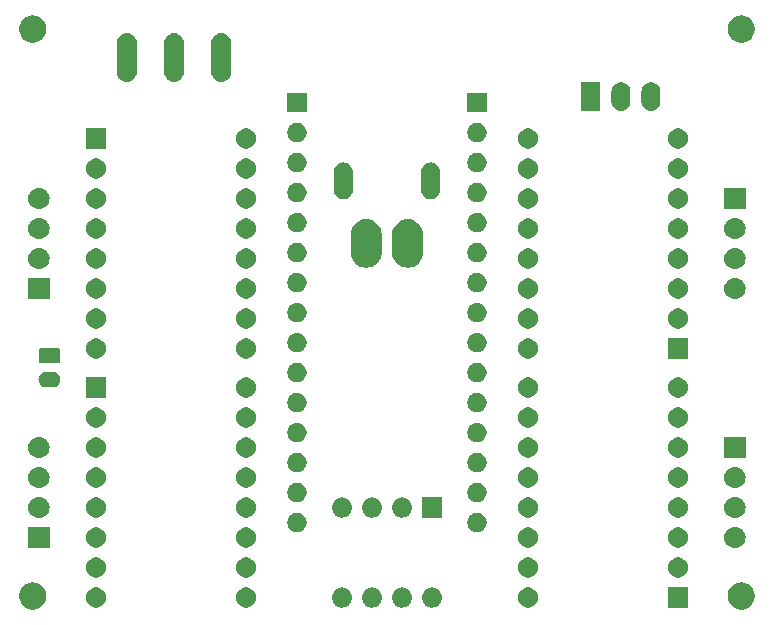
<source format=gbr>
G04 #@! TF.GenerationSoftware,KiCad,Pcbnew,(5.1.4)-1*
G04 #@! TF.CreationDate,2020-11-13T20:24:30+01:00*
G04 #@! TF.ProjectId,Shield BR,53686965-6c64-4204-9252-2e6b69636164,rev?*
G04 #@! TF.SameCoordinates,Original*
G04 #@! TF.FileFunction,Soldermask,Top*
G04 #@! TF.FilePolarity,Negative*
%FSLAX46Y46*%
G04 Gerber Fmt 4.6, Leading zero omitted, Abs format (unit mm)*
G04 Created by KiCad (PCBNEW (5.1.4)-1) date 2020-11-13 20:24:30*
%MOMM*%
%LPD*%
G04 APERTURE LIST*
%ADD10C,0.100000*%
G04 APERTURE END LIST*
D10*
G36*
X141476049Y-116597116D02*
G01*
X141587234Y-116619232D01*
X141796703Y-116705997D01*
X141985220Y-116831960D01*
X142145540Y-116992280D01*
X142271503Y-117180797D01*
X142354398Y-117380922D01*
X142358268Y-117390267D01*
X142402500Y-117612635D01*
X142402500Y-117839365D01*
X142358268Y-118061733D01*
X142276518Y-118259097D01*
X142271503Y-118271203D01*
X142145540Y-118459720D01*
X141985220Y-118620040D01*
X141796703Y-118746003D01*
X141587234Y-118832768D01*
X141476049Y-118854884D01*
X141364865Y-118877000D01*
X141138135Y-118877000D01*
X141026951Y-118854884D01*
X140915766Y-118832768D01*
X140706297Y-118746003D01*
X140517780Y-118620040D01*
X140357460Y-118459720D01*
X140231497Y-118271203D01*
X140226483Y-118259097D01*
X140144732Y-118061733D01*
X140100500Y-117839365D01*
X140100500Y-117612635D01*
X140144732Y-117390267D01*
X140148603Y-117380922D01*
X140231497Y-117180797D01*
X140357460Y-116992280D01*
X140517780Y-116831960D01*
X140706297Y-116705997D01*
X140915766Y-116619232D01*
X141026951Y-116597116D01*
X141138135Y-116575000D01*
X141364865Y-116575000D01*
X141476049Y-116597116D01*
X141476049Y-116597116D01*
G37*
G36*
X81476049Y-116597116D02*
G01*
X81587234Y-116619232D01*
X81796703Y-116705997D01*
X81985220Y-116831960D01*
X82145540Y-116992280D01*
X82271503Y-117180797D01*
X82354398Y-117380922D01*
X82358268Y-117390267D01*
X82402500Y-117612635D01*
X82402500Y-117839365D01*
X82358268Y-118061733D01*
X82276518Y-118259097D01*
X82271503Y-118271203D01*
X82145540Y-118459720D01*
X81985220Y-118620040D01*
X81796703Y-118746003D01*
X81587234Y-118832768D01*
X81476049Y-118854884D01*
X81364865Y-118877000D01*
X81138135Y-118877000D01*
X81026951Y-118854884D01*
X80915766Y-118832768D01*
X80706297Y-118746003D01*
X80517780Y-118620040D01*
X80357460Y-118459720D01*
X80231497Y-118271203D01*
X80226483Y-118259097D01*
X80144732Y-118061733D01*
X80100500Y-117839365D01*
X80100500Y-117612635D01*
X80144732Y-117390267D01*
X80148603Y-117380922D01*
X80231497Y-117180797D01*
X80357460Y-116992280D01*
X80517780Y-116831960D01*
X80706297Y-116705997D01*
X80915766Y-116619232D01*
X81026951Y-116597116D01*
X81138135Y-116575000D01*
X81364865Y-116575000D01*
X81476049Y-116597116D01*
X81476049Y-116597116D01*
G37*
G36*
X86862228Y-117037703D02*
G01*
X87017100Y-117101853D01*
X87156481Y-117194985D01*
X87275015Y-117313519D01*
X87368147Y-117452900D01*
X87432297Y-117607772D01*
X87465000Y-117772184D01*
X87465000Y-117939816D01*
X87432297Y-118104228D01*
X87368147Y-118259100D01*
X87275015Y-118398481D01*
X87156481Y-118517015D01*
X87017100Y-118610147D01*
X86862228Y-118674297D01*
X86697816Y-118707000D01*
X86530184Y-118707000D01*
X86365772Y-118674297D01*
X86210900Y-118610147D01*
X86071519Y-118517015D01*
X85952985Y-118398481D01*
X85859853Y-118259100D01*
X85795703Y-118104228D01*
X85763000Y-117939816D01*
X85763000Y-117772184D01*
X85795703Y-117607772D01*
X85859853Y-117452900D01*
X85952985Y-117313519D01*
X86071519Y-117194985D01*
X86210900Y-117101853D01*
X86365772Y-117037703D01*
X86530184Y-117005000D01*
X86697816Y-117005000D01*
X86862228Y-117037703D01*
X86862228Y-117037703D01*
G37*
G36*
X123438228Y-117037703D02*
G01*
X123593100Y-117101853D01*
X123732481Y-117194985D01*
X123851015Y-117313519D01*
X123944147Y-117452900D01*
X124008297Y-117607772D01*
X124041000Y-117772184D01*
X124041000Y-117939816D01*
X124008297Y-118104228D01*
X123944147Y-118259100D01*
X123851015Y-118398481D01*
X123732481Y-118517015D01*
X123593100Y-118610147D01*
X123438228Y-118674297D01*
X123273816Y-118707000D01*
X123106184Y-118707000D01*
X122941772Y-118674297D01*
X122786900Y-118610147D01*
X122647519Y-118517015D01*
X122528985Y-118398481D01*
X122435853Y-118259100D01*
X122371703Y-118104228D01*
X122339000Y-117939816D01*
X122339000Y-117772184D01*
X122371703Y-117607772D01*
X122435853Y-117452900D01*
X122528985Y-117313519D01*
X122647519Y-117194985D01*
X122786900Y-117101853D01*
X122941772Y-117037703D01*
X123106184Y-117005000D01*
X123273816Y-117005000D01*
X123438228Y-117037703D01*
X123438228Y-117037703D01*
G37*
G36*
X136741000Y-118707000D02*
G01*
X135039000Y-118707000D01*
X135039000Y-117005000D01*
X136741000Y-117005000D01*
X136741000Y-118707000D01*
X136741000Y-118707000D01*
G37*
G36*
X115228823Y-117017313D02*
G01*
X115389242Y-117065976D01*
X115456361Y-117101852D01*
X115537078Y-117144996D01*
X115666659Y-117251341D01*
X115773004Y-117380922D01*
X115773005Y-117380924D01*
X115852024Y-117528758D01*
X115900687Y-117689177D01*
X115917117Y-117856000D01*
X115900687Y-118022823D01*
X115852024Y-118183242D01*
X115811477Y-118259100D01*
X115773004Y-118331078D01*
X115666659Y-118460659D01*
X115537078Y-118567004D01*
X115537076Y-118567005D01*
X115389242Y-118646024D01*
X115228823Y-118694687D01*
X115103804Y-118707000D01*
X115020196Y-118707000D01*
X114895177Y-118694687D01*
X114734758Y-118646024D01*
X114586924Y-118567005D01*
X114586922Y-118567004D01*
X114457341Y-118460659D01*
X114350996Y-118331078D01*
X114312523Y-118259100D01*
X114271976Y-118183242D01*
X114223313Y-118022823D01*
X114206883Y-117856000D01*
X114223313Y-117689177D01*
X114271976Y-117528758D01*
X114350995Y-117380924D01*
X114350996Y-117380922D01*
X114457341Y-117251341D01*
X114586922Y-117144996D01*
X114667639Y-117101852D01*
X114734758Y-117065976D01*
X114895177Y-117017313D01*
X115020196Y-117005000D01*
X115103804Y-117005000D01*
X115228823Y-117017313D01*
X115228823Y-117017313D01*
G37*
G36*
X112688823Y-117017313D02*
G01*
X112849242Y-117065976D01*
X112916361Y-117101852D01*
X112997078Y-117144996D01*
X113126659Y-117251341D01*
X113233004Y-117380922D01*
X113233005Y-117380924D01*
X113312024Y-117528758D01*
X113360687Y-117689177D01*
X113377117Y-117856000D01*
X113360687Y-118022823D01*
X113312024Y-118183242D01*
X113271477Y-118259100D01*
X113233004Y-118331078D01*
X113126659Y-118460659D01*
X112997078Y-118567004D01*
X112997076Y-118567005D01*
X112849242Y-118646024D01*
X112688823Y-118694687D01*
X112563804Y-118707000D01*
X112480196Y-118707000D01*
X112355177Y-118694687D01*
X112194758Y-118646024D01*
X112046924Y-118567005D01*
X112046922Y-118567004D01*
X111917341Y-118460659D01*
X111810996Y-118331078D01*
X111772523Y-118259100D01*
X111731976Y-118183242D01*
X111683313Y-118022823D01*
X111666883Y-117856000D01*
X111683313Y-117689177D01*
X111731976Y-117528758D01*
X111810995Y-117380924D01*
X111810996Y-117380922D01*
X111917341Y-117251341D01*
X112046922Y-117144996D01*
X112127639Y-117101852D01*
X112194758Y-117065976D01*
X112355177Y-117017313D01*
X112480196Y-117005000D01*
X112563804Y-117005000D01*
X112688823Y-117017313D01*
X112688823Y-117017313D01*
G37*
G36*
X110148823Y-117017313D02*
G01*
X110309242Y-117065976D01*
X110376361Y-117101852D01*
X110457078Y-117144996D01*
X110586659Y-117251341D01*
X110693004Y-117380922D01*
X110693005Y-117380924D01*
X110772024Y-117528758D01*
X110820687Y-117689177D01*
X110837117Y-117856000D01*
X110820687Y-118022823D01*
X110772024Y-118183242D01*
X110731477Y-118259100D01*
X110693004Y-118331078D01*
X110586659Y-118460659D01*
X110457078Y-118567004D01*
X110457076Y-118567005D01*
X110309242Y-118646024D01*
X110148823Y-118694687D01*
X110023804Y-118707000D01*
X109940196Y-118707000D01*
X109815177Y-118694687D01*
X109654758Y-118646024D01*
X109506924Y-118567005D01*
X109506922Y-118567004D01*
X109377341Y-118460659D01*
X109270996Y-118331078D01*
X109232523Y-118259100D01*
X109191976Y-118183242D01*
X109143313Y-118022823D01*
X109126883Y-117856000D01*
X109143313Y-117689177D01*
X109191976Y-117528758D01*
X109270995Y-117380924D01*
X109270996Y-117380922D01*
X109377341Y-117251341D01*
X109506922Y-117144996D01*
X109587639Y-117101852D01*
X109654758Y-117065976D01*
X109815177Y-117017313D01*
X109940196Y-117005000D01*
X110023804Y-117005000D01*
X110148823Y-117017313D01*
X110148823Y-117017313D01*
G37*
G36*
X107608823Y-117017313D02*
G01*
X107769242Y-117065976D01*
X107836361Y-117101852D01*
X107917078Y-117144996D01*
X108046659Y-117251341D01*
X108153004Y-117380922D01*
X108153005Y-117380924D01*
X108232024Y-117528758D01*
X108280687Y-117689177D01*
X108297117Y-117856000D01*
X108280687Y-118022823D01*
X108232024Y-118183242D01*
X108191477Y-118259100D01*
X108153004Y-118331078D01*
X108046659Y-118460659D01*
X107917078Y-118567004D01*
X107917076Y-118567005D01*
X107769242Y-118646024D01*
X107608823Y-118694687D01*
X107483804Y-118707000D01*
X107400196Y-118707000D01*
X107275177Y-118694687D01*
X107114758Y-118646024D01*
X106966924Y-118567005D01*
X106966922Y-118567004D01*
X106837341Y-118460659D01*
X106730996Y-118331078D01*
X106692523Y-118259100D01*
X106651976Y-118183242D01*
X106603313Y-118022823D01*
X106586883Y-117856000D01*
X106603313Y-117689177D01*
X106651976Y-117528758D01*
X106730995Y-117380924D01*
X106730996Y-117380922D01*
X106837341Y-117251341D01*
X106966922Y-117144996D01*
X107047639Y-117101852D01*
X107114758Y-117065976D01*
X107275177Y-117017313D01*
X107400196Y-117005000D01*
X107483804Y-117005000D01*
X107608823Y-117017313D01*
X107608823Y-117017313D01*
G37*
G36*
X99562228Y-117037703D02*
G01*
X99717100Y-117101853D01*
X99856481Y-117194985D01*
X99975015Y-117313519D01*
X100068147Y-117452900D01*
X100132297Y-117607772D01*
X100165000Y-117772184D01*
X100165000Y-117939816D01*
X100132297Y-118104228D01*
X100068147Y-118259100D01*
X99975015Y-118398481D01*
X99856481Y-118517015D01*
X99717100Y-118610147D01*
X99562228Y-118674297D01*
X99397816Y-118707000D01*
X99230184Y-118707000D01*
X99065772Y-118674297D01*
X98910900Y-118610147D01*
X98771519Y-118517015D01*
X98652985Y-118398481D01*
X98559853Y-118259100D01*
X98495703Y-118104228D01*
X98463000Y-117939816D01*
X98463000Y-117772184D01*
X98495703Y-117607772D01*
X98559853Y-117452900D01*
X98652985Y-117313519D01*
X98771519Y-117194985D01*
X98910900Y-117101853D01*
X99065772Y-117037703D01*
X99230184Y-117005000D01*
X99397816Y-117005000D01*
X99562228Y-117037703D01*
X99562228Y-117037703D01*
G37*
G36*
X86862228Y-114497703D02*
G01*
X87017100Y-114561853D01*
X87156481Y-114654985D01*
X87275015Y-114773519D01*
X87368147Y-114912900D01*
X87432297Y-115067772D01*
X87465000Y-115232184D01*
X87465000Y-115399816D01*
X87432297Y-115564228D01*
X87368147Y-115719100D01*
X87275015Y-115858481D01*
X87156481Y-115977015D01*
X87017100Y-116070147D01*
X86862228Y-116134297D01*
X86697816Y-116167000D01*
X86530184Y-116167000D01*
X86365772Y-116134297D01*
X86210900Y-116070147D01*
X86071519Y-115977015D01*
X85952985Y-115858481D01*
X85859853Y-115719100D01*
X85795703Y-115564228D01*
X85763000Y-115399816D01*
X85763000Y-115232184D01*
X85795703Y-115067772D01*
X85859853Y-114912900D01*
X85952985Y-114773519D01*
X86071519Y-114654985D01*
X86210900Y-114561853D01*
X86365772Y-114497703D01*
X86530184Y-114465000D01*
X86697816Y-114465000D01*
X86862228Y-114497703D01*
X86862228Y-114497703D01*
G37*
G36*
X99562228Y-114497703D02*
G01*
X99717100Y-114561853D01*
X99856481Y-114654985D01*
X99975015Y-114773519D01*
X100068147Y-114912900D01*
X100132297Y-115067772D01*
X100165000Y-115232184D01*
X100165000Y-115399816D01*
X100132297Y-115564228D01*
X100068147Y-115719100D01*
X99975015Y-115858481D01*
X99856481Y-115977015D01*
X99717100Y-116070147D01*
X99562228Y-116134297D01*
X99397816Y-116167000D01*
X99230184Y-116167000D01*
X99065772Y-116134297D01*
X98910900Y-116070147D01*
X98771519Y-115977015D01*
X98652985Y-115858481D01*
X98559853Y-115719100D01*
X98495703Y-115564228D01*
X98463000Y-115399816D01*
X98463000Y-115232184D01*
X98495703Y-115067772D01*
X98559853Y-114912900D01*
X98652985Y-114773519D01*
X98771519Y-114654985D01*
X98910900Y-114561853D01*
X99065772Y-114497703D01*
X99230184Y-114465000D01*
X99397816Y-114465000D01*
X99562228Y-114497703D01*
X99562228Y-114497703D01*
G37*
G36*
X123438228Y-114497703D02*
G01*
X123593100Y-114561853D01*
X123732481Y-114654985D01*
X123851015Y-114773519D01*
X123944147Y-114912900D01*
X124008297Y-115067772D01*
X124041000Y-115232184D01*
X124041000Y-115399816D01*
X124008297Y-115564228D01*
X123944147Y-115719100D01*
X123851015Y-115858481D01*
X123732481Y-115977015D01*
X123593100Y-116070147D01*
X123438228Y-116134297D01*
X123273816Y-116167000D01*
X123106184Y-116167000D01*
X122941772Y-116134297D01*
X122786900Y-116070147D01*
X122647519Y-115977015D01*
X122528985Y-115858481D01*
X122435853Y-115719100D01*
X122371703Y-115564228D01*
X122339000Y-115399816D01*
X122339000Y-115232184D01*
X122371703Y-115067772D01*
X122435853Y-114912900D01*
X122528985Y-114773519D01*
X122647519Y-114654985D01*
X122786900Y-114561853D01*
X122941772Y-114497703D01*
X123106184Y-114465000D01*
X123273816Y-114465000D01*
X123438228Y-114497703D01*
X123438228Y-114497703D01*
G37*
G36*
X136138228Y-114497703D02*
G01*
X136293100Y-114561853D01*
X136432481Y-114654985D01*
X136551015Y-114773519D01*
X136644147Y-114912900D01*
X136708297Y-115067772D01*
X136741000Y-115232184D01*
X136741000Y-115399816D01*
X136708297Y-115564228D01*
X136644147Y-115719100D01*
X136551015Y-115858481D01*
X136432481Y-115977015D01*
X136293100Y-116070147D01*
X136138228Y-116134297D01*
X135973816Y-116167000D01*
X135806184Y-116167000D01*
X135641772Y-116134297D01*
X135486900Y-116070147D01*
X135347519Y-115977015D01*
X135228985Y-115858481D01*
X135135853Y-115719100D01*
X135071703Y-115564228D01*
X135039000Y-115399816D01*
X135039000Y-115232184D01*
X135071703Y-115067772D01*
X135135853Y-114912900D01*
X135228985Y-114773519D01*
X135347519Y-114654985D01*
X135486900Y-114561853D01*
X135641772Y-114497703D01*
X135806184Y-114465000D01*
X135973816Y-114465000D01*
X136138228Y-114497703D01*
X136138228Y-114497703D01*
G37*
G36*
X82689000Y-113677000D02*
G01*
X80887000Y-113677000D01*
X80887000Y-111875000D01*
X82689000Y-111875000D01*
X82689000Y-113677000D01*
X82689000Y-113677000D01*
G37*
G36*
X140826442Y-111881518D02*
G01*
X140892627Y-111888037D01*
X141062466Y-111939557D01*
X141218991Y-112023222D01*
X141254729Y-112052552D01*
X141356186Y-112135814D01*
X141432767Y-112229130D01*
X141468778Y-112273009D01*
X141552443Y-112429534D01*
X141603963Y-112599373D01*
X141621359Y-112776000D01*
X141603963Y-112952627D01*
X141552443Y-113122466D01*
X141468778Y-113278991D01*
X141439448Y-113314729D01*
X141356186Y-113416186D01*
X141254729Y-113499448D01*
X141218991Y-113528778D01*
X141062466Y-113612443D01*
X140892627Y-113663963D01*
X140826443Y-113670481D01*
X140760260Y-113677000D01*
X140671740Y-113677000D01*
X140605557Y-113670481D01*
X140539373Y-113663963D01*
X140369534Y-113612443D01*
X140213009Y-113528778D01*
X140177271Y-113499448D01*
X140075814Y-113416186D01*
X139992552Y-113314729D01*
X139963222Y-113278991D01*
X139879557Y-113122466D01*
X139828037Y-112952627D01*
X139810641Y-112776000D01*
X139828037Y-112599373D01*
X139879557Y-112429534D01*
X139963222Y-112273009D01*
X139999233Y-112229130D01*
X140075814Y-112135814D01*
X140177271Y-112052552D01*
X140213009Y-112023222D01*
X140369534Y-111939557D01*
X140539373Y-111888037D01*
X140605558Y-111881518D01*
X140671740Y-111875000D01*
X140760260Y-111875000D01*
X140826442Y-111881518D01*
X140826442Y-111881518D01*
G37*
G36*
X123438228Y-111957703D02*
G01*
X123593100Y-112021853D01*
X123732481Y-112114985D01*
X123851015Y-112233519D01*
X123944147Y-112372900D01*
X124008297Y-112527772D01*
X124041000Y-112692184D01*
X124041000Y-112859816D01*
X124008297Y-113024228D01*
X123944147Y-113179100D01*
X123851015Y-113318481D01*
X123732481Y-113437015D01*
X123593100Y-113530147D01*
X123438228Y-113594297D01*
X123273816Y-113627000D01*
X123106184Y-113627000D01*
X122941772Y-113594297D01*
X122786900Y-113530147D01*
X122647519Y-113437015D01*
X122528985Y-113318481D01*
X122435853Y-113179100D01*
X122371703Y-113024228D01*
X122339000Y-112859816D01*
X122339000Y-112692184D01*
X122371703Y-112527772D01*
X122435853Y-112372900D01*
X122528985Y-112233519D01*
X122647519Y-112114985D01*
X122786900Y-112021853D01*
X122941772Y-111957703D01*
X123106184Y-111925000D01*
X123273816Y-111925000D01*
X123438228Y-111957703D01*
X123438228Y-111957703D01*
G37*
G36*
X99562228Y-111957703D02*
G01*
X99717100Y-112021853D01*
X99856481Y-112114985D01*
X99975015Y-112233519D01*
X100068147Y-112372900D01*
X100132297Y-112527772D01*
X100165000Y-112692184D01*
X100165000Y-112859816D01*
X100132297Y-113024228D01*
X100068147Y-113179100D01*
X99975015Y-113318481D01*
X99856481Y-113437015D01*
X99717100Y-113530147D01*
X99562228Y-113594297D01*
X99397816Y-113627000D01*
X99230184Y-113627000D01*
X99065772Y-113594297D01*
X98910900Y-113530147D01*
X98771519Y-113437015D01*
X98652985Y-113318481D01*
X98559853Y-113179100D01*
X98495703Y-113024228D01*
X98463000Y-112859816D01*
X98463000Y-112692184D01*
X98495703Y-112527772D01*
X98559853Y-112372900D01*
X98652985Y-112233519D01*
X98771519Y-112114985D01*
X98910900Y-112021853D01*
X99065772Y-111957703D01*
X99230184Y-111925000D01*
X99397816Y-111925000D01*
X99562228Y-111957703D01*
X99562228Y-111957703D01*
G37*
G36*
X86862228Y-111957703D02*
G01*
X87017100Y-112021853D01*
X87156481Y-112114985D01*
X87275015Y-112233519D01*
X87368147Y-112372900D01*
X87432297Y-112527772D01*
X87465000Y-112692184D01*
X87465000Y-112859816D01*
X87432297Y-113024228D01*
X87368147Y-113179100D01*
X87275015Y-113318481D01*
X87156481Y-113437015D01*
X87017100Y-113530147D01*
X86862228Y-113594297D01*
X86697816Y-113627000D01*
X86530184Y-113627000D01*
X86365772Y-113594297D01*
X86210900Y-113530147D01*
X86071519Y-113437015D01*
X85952985Y-113318481D01*
X85859853Y-113179100D01*
X85795703Y-113024228D01*
X85763000Y-112859816D01*
X85763000Y-112692184D01*
X85795703Y-112527772D01*
X85859853Y-112372900D01*
X85952985Y-112233519D01*
X86071519Y-112114985D01*
X86210900Y-112021853D01*
X86365772Y-111957703D01*
X86530184Y-111925000D01*
X86697816Y-111925000D01*
X86862228Y-111957703D01*
X86862228Y-111957703D01*
G37*
G36*
X136138228Y-111957703D02*
G01*
X136293100Y-112021853D01*
X136432481Y-112114985D01*
X136551015Y-112233519D01*
X136644147Y-112372900D01*
X136708297Y-112527772D01*
X136741000Y-112692184D01*
X136741000Y-112859816D01*
X136708297Y-113024228D01*
X136644147Y-113179100D01*
X136551015Y-113318481D01*
X136432481Y-113437015D01*
X136293100Y-113530147D01*
X136138228Y-113594297D01*
X135973816Y-113627000D01*
X135806184Y-113627000D01*
X135641772Y-113594297D01*
X135486900Y-113530147D01*
X135347519Y-113437015D01*
X135228985Y-113318481D01*
X135135853Y-113179100D01*
X135071703Y-113024228D01*
X135039000Y-112859816D01*
X135039000Y-112692184D01*
X135071703Y-112527772D01*
X135135853Y-112372900D01*
X135228985Y-112233519D01*
X135347519Y-112114985D01*
X135486900Y-112021853D01*
X135641772Y-111957703D01*
X135806184Y-111925000D01*
X135973816Y-111925000D01*
X136138228Y-111957703D01*
X136138228Y-111957703D01*
G37*
G36*
X119109517Y-110721358D02*
G01*
X119258021Y-110782870D01*
X119258022Y-110782871D01*
X119391667Y-110872169D01*
X119505331Y-110985833D01*
X119563201Y-111072442D01*
X119594630Y-111119479D01*
X119596487Y-111123963D01*
X119656142Y-111267983D01*
X119687500Y-111425630D01*
X119687500Y-111586370D01*
X119656142Y-111744017D01*
X119625385Y-111818270D01*
X119594630Y-111892521D01*
X119594629Y-111892522D01*
X119505331Y-112026167D01*
X119391667Y-112139831D01*
X119291433Y-112206804D01*
X119258021Y-112229130D01*
X119109517Y-112290642D01*
X118951870Y-112322000D01*
X118791130Y-112322000D01*
X118633483Y-112290642D01*
X118484979Y-112229130D01*
X118451567Y-112206804D01*
X118351333Y-112139831D01*
X118237669Y-112026167D01*
X118148371Y-111892522D01*
X118148370Y-111892521D01*
X118086858Y-111744017D01*
X118055500Y-111586370D01*
X118055500Y-111425630D01*
X118086858Y-111267983D01*
X118146513Y-111123963D01*
X118148370Y-111119479D01*
X118179799Y-111072442D01*
X118237669Y-110985833D01*
X118351333Y-110872169D01*
X118484978Y-110782871D01*
X118484979Y-110782870D01*
X118633483Y-110721358D01*
X118791130Y-110690000D01*
X118951870Y-110690000D01*
X119109517Y-110721358D01*
X119109517Y-110721358D01*
G37*
G36*
X103869517Y-110721358D02*
G01*
X104018021Y-110782870D01*
X104018022Y-110782871D01*
X104151667Y-110872169D01*
X104265331Y-110985833D01*
X104323201Y-111072442D01*
X104354630Y-111119479D01*
X104356487Y-111123963D01*
X104416142Y-111267983D01*
X104447500Y-111425630D01*
X104447500Y-111586370D01*
X104416142Y-111744017D01*
X104385385Y-111818270D01*
X104354630Y-111892521D01*
X104354629Y-111892522D01*
X104265331Y-112026167D01*
X104151667Y-112139831D01*
X104051433Y-112206804D01*
X104018021Y-112229130D01*
X103869517Y-112290642D01*
X103711870Y-112322000D01*
X103551130Y-112322000D01*
X103393483Y-112290642D01*
X103244979Y-112229130D01*
X103211567Y-112206804D01*
X103111333Y-112139831D01*
X102997669Y-112026167D01*
X102908371Y-111892522D01*
X102908370Y-111892521D01*
X102846858Y-111744017D01*
X102815500Y-111586370D01*
X102815500Y-111425630D01*
X102846858Y-111267983D01*
X102906513Y-111123963D01*
X102908370Y-111119479D01*
X102939799Y-111072442D01*
X102997669Y-110985833D01*
X103111333Y-110872169D01*
X103244978Y-110782871D01*
X103244979Y-110782870D01*
X103393483Y-110721358D01*
X103551130Y-110690000D01*
X103711870Y-110690000D01*
X103869517Y-110721358D01*
X103869517Y-110721358D01*
G37*
G36*
X140826442Y-109341518D02*
G01*
X140892627Y-109348037D01*
X141062466Y-109399557D01*
X141218991Y-109483222D01*
X141254729Y-109512552D01*
X141356186Y-109595814D01*
X141432767Y-109689130D01*
X141468778Y-109733009D01*
X141552443Y-109889534D01*
X141603963Y-110059373D01*
X141621359Y-110236000D01*
X141603963Y-110412627D01*
X141552443Y-110582466D01*
X141468778Y-110738991D01*
X141439448Y-110774729D01*
X141356186Y-110876186D01*
X141254729Y-110959448D01*
X141218991Y-110988778D01*
X141062466Y-111072443D01*
X140892627Y-111123963D01*
X140826442Y-111130482D01*
X140760260Y-111137000D01*
X140671740Y-111137000D01*
X140605558Y-111130482D01*
X140539373Y-111123963D01*
X140369534Y-111072443D01*
X140213009Y-110988778D01*
X140177271Y-110959448D01*
X140075814Y-110876186D01*
X139992552Y-110774729D01*
X139963222Y-110738991D01*
X139879557Y-110582466D01*
X139828037Y-110412627D01*
X139810641Y-110236000D01*
X139828037Y-110059373D01*
X139879557Y-109889534D01*
X139963222Y-109733009D01*
X139999233Y-109689130D01*
X140075814Y-109595814D01*
X140177271Y-109512552D01*
X140213009Y-109483222D01*
X140369534Y-109399557D01*
X140539373Y-109348037D01*
X140605558Y-109341518D01*
X140671740Y-109335000D01*
X140760260Y-109335000D01*
X140826442Y-109341518D01*
X140826442Y-109341518D01*
G37*
G36*
X81898442Y-109341518D02*
G01*
X81964627Y-109348037D01*
X82134466Y-109399557D01*
X82290991Y-109483222D01*
X82326729Y-109512552D01*
X82428186Y-109595814D01*
X82504767Y-109689130D01*
X82540778Y-109733009D01*
X82624443Y-109889534D01*
X82675963Y-110059373D01*
X82693359Y-110236000D01*
X82675963Y-110412627D01*
X82624443Y-110582466D01*
X82540778Y-110738991D01*
X82511448Y-110774729D01*
X82428186Y-110876186D01*
X82326729Y-110959448D01*
X82290991Y-110988778D01*
X82134466Y-111072443D01*
X81964627Y-111123963D01*
X81898442Y-111130482D01*
X81832260Y-111137000D01*
X81743740Y-111137000D01*
X81677558Y-111130482D01*
X81611373Y-111123963D01*
X81441534Y-111072443D01*
X81285009Y-110988778D01*
X81249271Y-110959448D01*
X81147814Y-110876186D01*
X81064552Y-110774729D01*
X81035222Y-110738991D01*
X80951557Y-110582466D01*
X80900037Y-110412627D01*
X80882641Y-110236000D01*
X80900037Y-110059373D01*
X80951557Y-109889534D01*
X81035222Y-109733009D01*
X81071233Y-109689130D01*
X81147814Y-109595814D01*
X81249271Y-109512552D01*
X81285009Y-109483222D01*
X81441534Y-109399557D01*
X81611373Y-109348037D01*
X81677558Y-109341518D01*
X81743740Y-109335000D01*
X81832260Y-109335000D01*
X81898442Y-109341518D01*
X81898442Y-109341518D01*
G37*
G36*
X136138228Y-109417703D02*
G01*
X136293100Y-109481853D01*
X136432481Y-109574985D01*
X136551015Y-109693519D01*
X136644147Y-109832900D01*
X136708297Y-109987772D01*
X136741000Y-110152184D01*
X136741000Y-110319816D01*
X136708297Y-110484228D01*
X136644147Y-110639100D01*
X136551015Y-110778481D01*
X136432481Y-110897015D01*
X136293100Y-110990147D01*
X136138228Y-111054297D01*
X135973816Y-111087000D01*
X135806184Y-111087000D01*
X135641772Y-111054297D01*
X135486900Y-110990147D01*
X135347519Y-110897015D01*
X135228985Y-110778481D01*
X135135853Y-110639100D01*
X135071703Y-110484228D01*
X135039000Y-110319816D01*
X135039000Y-110152184D01*
X135071703Y-109987772D01*
X135135853Y-109832900D01*
X135228985Y-109693519D01*
X135347519Y-109574985D01*
X135486900Y-109481853D01*
X135641772Y-109417703D01*
X135806184Y-109385000D01*
X135973816Y-109385000D01*
X136138228Y-109417703D01*
X136138228Y-109417703D01*
G37*
G36*
X115913000Y-111087000D02*
G01*
X114211000Y-111087000D01*
X114211000Y-109385000D01*
X115913000Y-109385000D01*
X115913000Y-111087000D01*
X115913000Y-111087000D01*
G37*
G36*
X107608823Y-109397313D02*
G01*
X107769242Y-109445976D01*
X107901906Y-109516886D01*
X107917078Y-109524996D01*
X108046659Y-109631341D01*
X108153004Y-109760922D01*
X108153005Y-109760924D01*
X108232024Y-109908758D01*
X108280687Y-110069177D01*
X108297117Y-110236000D01*
X108280687Y-110402823D01*
X108232024Y-110563242D01*
X108191477Y-110639100D01*
X108153004Y-110711078D01*
X108046659Y-110840659D01*
X107917078Y-110947004D01*
X107917076Y-110947005D01*
X107769242Y-111026024D01*
X107608823Y-111074687D01*
X107483804Y-111087000D01*
X107400196Y-111087000D01*
X107275177Y-111074687D01*
X107114758Y-111026024D01*
X106966924Y-110947005D01*
X106966922Y-110947004D01*
X106837341Y-110840659D01*
X106730996Y-110711078D01*
X106692523Y-110639100D01*
X106651976Y-110563242D01*
X106603313Y-110402823D01*
X106586883Y-110236000D01*
X106603313Y-110069177D01*
X106651976Y-109908758D01*
X106730995Y-109760924D01*
X106730996Y-109760922D01*
X106837341Y-109631341D01*
X106966922Y-109524996D01*
X106982094Y-109516886D01*
X107114758Y-109445976D01*
X107275177Y-109397313D01*
X107400196Y-109385000D01*
X107483804Y-109385000D01*
X107608823Y-109397313D01*
X107608823Y-109397313D01*
G37*
G36*
X110148823Y-109397313D02*
G01*
X110309242Y-109445976D01*
X110441906Y-109516886D01*
X110457078Y-109524996D01*
X110586659Y-109631341D01*
X110693004Y-109760922D01*
X110693005Y-109760924D01*
X110772024Y-109908758D01*
X110820687Y-110069177D01*
X110837117Y-110236000D01*
X110820687Y-110402823D01*
X110772024Y-110563242D01*
X110731477Y-110639100D01*
X110693004Y-110711078D01*
X110586659Y-110840659D01*
X110457078Y-110947004D01*
X110457076Y-110947005D01*
X110309242Y-111026024D01*
X110148823Y-111074687D01*
X110023804Y-111087000D01*
X109940196Y-111087000D01*
X109815177Y-111074687D01*
X109654758Y-111026024D01*
X109506924Y-110947005D01*
X109506922Y-110947004D01*
X109377341Y-110840659D01*
X109270996Y-110711078D01*
X109232523Y-110639100D01*
X109191976Y-110563242D01*
X109143313Y-110402823D01*
X109126883Y-110236000D01*
X109143313Y-110069177D01*
X109191976Y-109908758D01*
X109270995Y-109760924D01*
X109270996Y-109760922D01*
X109377341Y-109631341D01*
X109506922Y-109524996D01*
X109522094Y-109516886D01*
X109654758Y-109445976D01*
X109815177Y-109397313D01*
X109940196Y-109385000D01*
X110023804Y-109385000D01*
X110148823Y-109397313D01*
X110148823Y-109397313D01*
G37*
G36*
X112688823Y-109397313D02*
G01*
X112849242Y-109445976D01*
X112981906Y-109516886D01*
X112997078Y-109524996D01*
X113126659Y-109631341D01*
X113233004Y-109760922D01*
X113233005Y-109760924D01*
X113312024Y-109908758D01*
X113360687Y-110069177D01*
X113377117Y-110236000D01*
X113360687Y-110402823D01*
X113312024Y-110563242D01*
X113271477Y-110639100D01*
X113233004Y-110711078D01*
X113126659Y-110840659D01*
X112997078Y-110947004D01*
X112997076Y-110947005D01*
X112849242Y-111026024D01*
X112688823Y-111074687D01*
X112563804Y-111087000D01*
X112480196Y-111087000D01*
X112355177Y-111074687D01*
X112194758Y-111026024D01*
X112046924Y-110947005D01*
X112046922Y-110947004D01*
X111917341Y-110840659D01*
X111810996Y-110711078D01*
X111772523Y-110639100D01*
X111731976Y-110563242D01*
X111683313Y-110402823D01*
X111666883Y-110236000D01*
X111683313Y-110069177D01*
X111731976Y-109908758D01*
X111810995Y-109760924D01*
X111810996Y-109760922D01*
X111917341Y-109631341D01*
X112046922Y-109524996D01*
X112062094Y-109516886D01*
X112194758Y-109445976D01*
X112355177Y-109397313D01*
X112480196Y-109385000D01*
X112563804Y-109385000D01*
X112688823Y-109397313D01*
X112688823Y-109397313D01*
G37*
G36*
X123438228Y-109417703D02*
G01*
X123593100Y-109481853D01*
X123732481Y-109574985D01*
X123851015Y-109693519D01*
X123944147Y-109832900D01*
X124008297Y-109987772D01*
X124041000Y-110152184D01*
X124041000Y-110319816D01*
X124008297Y-110484228D01*
X123944147Y-110639100D01*
X123851015Y-110778481D01*
X123732481Y-110897015D01*
X123593100Y-110990147D01*
X123438228Y-111054297D01*
X123273816Y-111087000D01*
X123106184Y-111087000D01*
X122941772Y-111054297D01*
X122786900Y-110990147D01*
X122647519Y-110897015D01*
X122528985Y-110778481D01*
X122435853Y-110639100D01*
X122371703Y-110484228D01*
X122339000Y-110319816D01*
X122339000Y-110152184D01*
X122371703Y-109987772D01*
X122435853Y-109832900D01*
X122528985Y-109693519D01*
X122647519Y-109574985D01*
X122786900Y-109481853D01*
X122941772Y-109417703D01*
X123106184Y-109385000D01*
X123273816Y-109385000D01*
X123438228Y-109417703D01*
X123438228Y-109417703D01*
G37*
G36*
X99562228Y-109417703D02*
G01*
X99717100Y-109481853D01*
X99856481Y-109574985D01*
X99975015Y-109693519D01*
X100068147Y-109832900D01*
X100132297Y-109987772D01*
X100165000Y-110152184D01*
X100165000Y-110319816D01*
X100132297Y-110484228D01*
X100068147Y-110639100D01*
X99975015Y-110778481D01*
X99856481Y-110897015D01*
X99717100Y-110990147D01*
X99562228Y-111054297D01*
X99397816Y-111087000D01*
X99230184Y-111087000D01*
X99065772Y-111054297D01*
X98910900Y-110990147D01*
X98771519Y-110897015D01*
X98652985Y-110778481D01*
X98559853Y-110639100D01*
X98495703Y-110484228D01*
X98463000Y-110319816D01*
X98463000Y-110152184D01*
X98495703Y-109987772D01*
X98559853Y-109832900D01*
X98652985Y-109693519D01*
X98771519Y-109574985D01*
X98910900Y-109481853D01*
X99065772Y-109417703D01*
X99230184Y-109385000D01*
X99397816Y-109385000D01*
X99562228Y-109417703D01*
X99562228Y-109417703D01*
G37*
G36*
X86862228Y-109417703D02*
G01*
X87017100Y-109481853D01*
X87156481Y-109574985D01*
X87275015Y-109693519D01*
X87368147Y-109832900D01*
X87432297Y-109987772D01*
X87465000Y-110152184D01*
X87465000Y-110319816D01*
X87432297Y-110484228D01*
X87368147Y-110639100D01*
X87275015Y-110778481D01*
X87156481Y-110897015D01*
X87017100Y-110990147D01*
X86862228Y-111054297D01*
X86697816Y-111087000D01*
X86530184Y-111087000D01*
X86365772Y-111054297D01*
X86210900Y-110990147D01*
X86071519Y-110897015D01*
X85952985Y-110778481D01*
X85859853Y-110639100D01*
X85795703Y-110484228D01*
X85763000Y-110319816D01*
X85763000Y-110152184D01*
X85795703Y-109987772D01*
X85859853Y-109832900D01*
X85952985Y-109693519D01*
X86071519Y-109574985D01*
X86210900Y-109481853D01*
X86365772Y-109417703D01*
X86530184Y-109385000D01*
X86697816Y-109385000D01*
X86862228Y-109417703D01*
X86862228Y-109417703D01*
G37*
G36*
X119109517Y-108181358D02*
G01*
X119258021Y-108242870D01*
X119258022Y-108242871D01*
X119391667Y-108332169D01*
X119505331Y-108445833D01*
X119563201Y-108532442D01*
X119594630Y-108579479D01*
X119596487Y-108583963D01*
X119656142Y-108727983D01*
X119687500Y-108885630D01*
X119687500Y-109046370D01*
X119656142Y-109204017D01*
X119594630Y-109352521D01*
X119594629Y-109352522D01*
X119505331Y-109486167D01*
X119391667Y-109599831D01*
X119291433Y-109666805D01*
X119258021Y-109689130D01*
X119109517Y-109750642D01*
X118951870Y-109782000D01*
X118791130Y-109782000D01*
X118633483Y-109750642D01*
X118484979Y-109689130D01*
X118451567Y-109666805D01*
X118351333Y-109599831D01*
X118237669Y-109486167D01*
X118148371Y-109352522D01*
X118148370Y-109352521D01*
X118117615Y-109278270D01*
X118086858Y-109204017D01*
X118055500Y-109046370D01*
X118055500Y-108885630D01*
X118086858Y-108727983D01*
X118146513Y-108583963D01*
X118148370Y-108579479D01*
X118179799Y-108532442D01*
X118237669Y-108445833D01*
X118351333Y-108332169D01*
X118484978Y-108242871D01*
X118484979Y-108242870D01*
X118633483Y-108181358D01*
X118791130Y-108150000D01*
X118951870Y-108150000D01*
X119109517Y-108181358D01*
X119109517Y-108181358D01*
G37*
G36*
X103869517Y-108181358D02*
G01*
X104018021Y-108242870D01*
X104018022Y-108242871D01*
X104151667Y-108332169D01*
X104265331Y-108445833D01*
X104323201Y-108532442D01*
X104354630Y-108579479D01*
X104356487Y-108583963D01*
X104416142Y-108727983D01*
X104447500Y-108885630D01*
X104447500Y-109046370D01*
X104416142Y-109204017D01*
X104354630Y-109352521D01*
X104354629Y-109352522D01*
X104265331Y-109486167D01*
X104151667Y-109599831D01*
X104051433Y-109666805D01*
X104018021Y-109689130D01*
X103869517Y-109750642D01*
X103711870Y-109782000D01*
X103551130Y-109782000D01*
X103393483Y-109750642D01*
X103244979Y-109689130D01*
X103211567Y-109666805D01*
X103111333Y-109599831D01*
X102997669Y-109486167D01*
X102908371Y-109352522D01*
X102908370Y-109352521D01*
X102846858Y-109204017D01*
X102815500Y-109046370D01*
X102815500Y-108885630D01*
X102846858Y-108727983D01*
X102906513Y-108583963D01*
X102908370Y-108579479D01*
X102939799Y-108532442D01*
X102997669Y-108445833D01*
X103111333Y-108332169D01*
X103244978Y-108242871D01*
X103244979Y-108242870D01*
X103393483Y-108181358D01*
X103551130Y-108150000D01*
X103711870Y-108150000D01*
X103869517Y-108181358D01*
X103869517Y-108181358D01*
G37*
G36*
X140826443Y-106801519D02*
G01*
X140892627Y-106808037D01*
X141062466Y-106859557D01*
X141218991Y-106943222D01*
X141254729Y-106972552D01*
X141356186Y-107055814D01*
X141432767Y-107149130D01*
X141468778Y-107193009D01*
X141552443Y-107349534D01*
X141603963Y-107519373D01*
X141621359Y-107696000D01*
X141603963Y-107872627D01*
X141552443Y-108042466D01*
X141468778Y-108198991D01*
X141439448Y-108234729D01*
X141356186Y-108336186D01*
X141254729Y-108419448D01*
X141218991Y-108448778D01*
X141062466Y-108532443D01*
X140892627Y-108583963D01*
X140826442Y-108590482D01*
X140760260Y-108597000D01*
X140671740Y-108597000D01*
X140605558Y-108590482D01*
X140539373Y-108583963D01*
X140369534Y-108532443D01*
X140213009Y-108448778D01*
X140177271Y-108419448D01*
X140075814Y-108336186D01*
X139992552Y-108234729D01*
X139963222Y-108198991D01*
X139879557Y-108042466D01*
X139828037Y-107872627D01*
X139810641Y-107696000D01*
X139828037Y-107519373D01*
X139879557Y-107349534D01*
X139963222Y-107193009D01*
X139999233Y-107149130D01*
X140075814Y-107055814D01*
X140177271Y-106972552D01*
X140213009Y-106943222D01*
X140369534Y-106859557D01*
X140539373Y-106808037D01*
X140605557Y-106801519D01*
X140671740Y-106795000D01*
X140760260Y-106795000D01*
X140826443Y-106801519D01*
X140826443Y-106801519D01*
G37*
G36*
X81898443Y-106801519D02*
G01*
X81964627Y-106808037D01*
X82134466Y-106859557D01*
X82290991Y-106943222D01*
X82326729Y-106972552D01*
X82428186Y-107055814D01*
X82504767Y-107149130D01*
X82540778Y-107193009D01*
X82624443Y-107349534D01*
X82675963Y-107519373D01*
X82693359Y-107696000D01*
X82675963Y-107872627D01*
X82624443Y-108042466D01*
X82540778Y-108198991D01*
X82511448Y-108234729D01*
X82428186Y-108336186D01*
X82326729Y-108419448D01*
X82290991Y-108448778D01*
X82134466Y-108532443D01*
X81964627Y-108583963D01*
X81898442Y-108590482D01*
X81832260Y-108597000D01*
X81743740Y-108597000D01*
X81677558Y-108590482D01*
X81611373Y-108583963D01*
X81441534Y-108532443D01*
X81285009Y-108448778D01*
X81249271Y-108419448D01*
X81147814Y-108336186D01*
X81064552Y-108234729D01*
X81035222Y-108198991D01*
X80951557Y-108042466D01*
X80900037Y-107872627D01*
X80882641Y-107696000D01*
X80900037Y-107519373D01*
X80951557Y-107349534D01*
X81035222Y-107193009D01*
X81071233Y-107149130D01*
X81147814Y-107055814D01*
X81249271Y-106972552D01*
X81285009Y-106943222D01*
X81441534Y-106859557D01*
X81611373Y-106808037D01*
X81677557Y-106801519D01*
X81743740Y-106795000D01*
X81832260Y-106795000D01*
X81898443Y-106801519D01*
X81898443Y-106801519D01*
G37*
G36*
X136138228Y-106877703D02*
G01*
X136293100Y-106941853D01*
X136432481Y-107034985D01*
X136551015Y-107153519D01*
X136644147Y-107292900D01*
X136708297Y-107447772D01*
X136741000Y-107612184D01*
X136741000Y-107779816D01*
X136708297Y-107944228D01*
X136644147Y-108099100D01*
X136551015Y-108238481D01*
X136432481Y-108357015D01*
X136293100Y-108450147D01*
X136138228Y-108514297D01*
X135973816Y-108547000D01*
X135806184Y-108547000D01*
X135641772Y-108514297D01*
X135486900Y-108450147D01*
X135347519Y-108357015D01*
X135228985Y-108238481D01*
X135135853Y-108099100D01*
X135071703Y-107944228D01*
X135039000Y-107779816D01*
X135039000Y-107612184D01*
X135071703Y-107447772D01*
X135135853Y-107292900D01*
X135228985Y-107153519D01*
X135347519Y-107034985D01*
X135486900Y-106941853D01*
X135641772Y-106877703D01*
X135806184Y-106845000D01*
X135973816Y-106845000D01*
X136138228Y-106877703D01*
X136138228Y-106877703D01*
G37*
G36*
X86862228Y-106877703D02*
G01*
X87017100Y-106941853D01*
X87156481Y-107034985D01*
X87275015Y-107153519D01*
X87368147Y-107292900D01*
X87432297Y-107447772D01*
X87465000Y-107612184D01*
X87465000Y-107779816D01*
X87432297Y-107944228D01*
X87368147Y-108099100D01*
X87275015Y-108238481D01*
X87156481Y-108357015D01*
X87017100Y-108450147D01*
X86862228Y-108514297D01*
X86697816Y-108547000D01*
X86530184Y-108547000D01*
X86365772Y-108514297D01*
X86210900Y-108450147D01*
X86071519Y-108357015D01*
X85952985Y-108238481D01*
X85859853Y-108099100D01*
X85795703Y-107944228D01*
X85763000Y-107779816D01*
X85763000Y-107612184D01*
X85795703Y-107447772D01*
X85859853Y-107292900D01*
X85952985Y-107153519D01*
X86071519Y-107034985D01*
X86210900Y-106941853D01*
X86365772Y-106877703D01*
X86530184Y-106845000D01*
X86697816Y-106845000D01*
X86862228Y-106877703D01*
X86862228Y-106877703D01*
G37*
G36*
X99562228Y-106877703D02*
G01*
X99717100Y-106941853D01*
X99856481Y-107034985D01*
X99975015Y-107153519D01*
X100068147Y-107292900D01*
X100132297Y-107447772D01*
X100165000Y-107612184D01*
X100165000Y-107779816D01*
X100132297Y-107944228D01*
X100068147Y-108099100D01*
X99975015Y-108238481D01*
X99856481Y-108357015D01*
X99717100Y-108450147D01*
X99562228Y-108514297D01*
X99397816Y-108547000D01*
X99230184Y-108547000D01*
X99065772Y-108514297D01*
X98910900Y-108450147D01*
X98771519Y-108357015D01*
X98652985Y-108238481D01*
X98559853Y-108099100D01*
X98495703Y-107944228D01*
X98463000Y-107779816D01*
X98463000Y-107612184D01*
X98495703Y-107447772D01*
X98559853Y-107292900D01*
X98652985Y-107153519D01*
X98771519Y-107034985D01*
X98910900Y-106941853D01*
X99065772Y-106877703D01*
X99230184Y-106845000D01*
X99397816Y-106845000D01*
X99562228Y-106877703D01*
X99562228Y-106877703D01*
G37*
G36*
X123438228Y-106877703D02*
G01*
X123593100Y-106941853D01*
X123732481Y-107034985D01*
X123851015Y-107153519D01*
X123944147Y-107292900D01*
X124008297Y-107447772D01*
X124041000Y-107612184D01*
X124041000Y-107779816D01*
X124008297Y-107944228D01*
X123944147Y-108099100D01*
X123851015Y-108238481D01*
X123732481Y-108357015D01*
X123593100Y-108450147D01*
X123438228Y-108514297D01*
X123273816Y-108547000D01*
X123106184Y-108547000D01*
X122941772Y-108514297D01*
X122786900Y-108450147D01*
X122647519Y-108357015D01*
X122528985Y-108238481D01*
X122435853Y-108099100D01*
X122371703Y-107944228D01*
X122339000Y-107779816D01*
X122339000Y-107612184D01*
X122371703Y-107447772D01*
X122435853Y-107292900D01*
X122528985Y-107153519D01*
X122647519Y-107034985D01*
X122786900Y-106941853D01*
X122941772Y-106877703D01*
X123106184Y-106845000D01*
X123273816Y-106845000D01*
X123438228Y-106877703D01*
X123438228Y-106877703D01*
G37*
G36*
X119109517Y-105641358D02*
G01*
X119258021Y-105702870D01*
X119258022Y-105702871D01*
X119391667Y-105792169D01*
X119505331Y-105905833D01*
X119563201Y-105992442D01*
X119594630Y-106039479D01*
X119596487Y-106043963D01*
X119656142Y-106187983D01*
X119687500Y-106345630D01*
X119687500Y-106506370D01*
X119656142Y-106664017D01*
X119625385Y-106738270D01*
X119594630Y-106812521D01*
X119594629Y-106812522D01*
X119505331Y-106946167D01*
X119391667Y-107059831D01*
X119291433Y-107126804D01*
X119258021Y-107149130D01*
X119109517Y-107210642D01*
X118951870Y-107242000D01*
X118791130Y-107242000D01*
X118633483Y-107210642D01*
X118484979Y-107149130D01*
X118451567Y-107126805D01*
X118351333Y-107059831D01*
X118237669Y-106946167D01*
X118148371Y-106812522D01*
X118148370Y-106812521D01*
X118117615Y-106738270D01*
X118086858Y-106664017D01*
X118055500Y-106506370D01*
X118055500Y-106345630D01*
X118086858Y-106187983D01*
X118146513Y-106043963D01*
X118148370Y-106039479D01*
X118179799Y-105992442D01*
X118237669Y-105905833D01*
X118351333Y-105792169D01*
X118484978Y-105702871D01*
X118484979Y-105702870D01*
X118633483Y-105641358D01*
X118791130Y-105610000D01*
X118951870Y-105610000D01*
X119109517Y-105641358D01*
X119109517Y-105641358D01*
G37*
G36*
X103869517Y-105641358D02*
G01*
X104018021Y-105702870D01*
X104018022Y-105702871D01*
X104151667Y-105792169D01*
X104265331Y-105905833D01*
X104323201Y-105992442D01*
X104354630Y-106039479D01*
X104356487Y-106043963D01*
X104416142Y-106187983D01*
X104447500Y-106345630D01*
X104447500Y-106506370D01*
X104416142Y-106664017D01*
X104385385Y-106738270D01*
X104354630Y-106812521D01*
X104354629Y-106812522D01*
X104265331Y-106946167D01*
X104151667Y-107059831D01*
X104051433Y-107126805D01*
X104018021Y-107149130D01*
X103869517Y-107210642D01*
X103711870Y-107242000D01*
X103551130Y-107242000D01*
X103393483Y-107210642D01*
X103244979Y-107149130D01*
X103211567Y-107126805D01*
X103111333Y-107059831D01*
X102997669Y-106946167D01*
X102908371Y-106812522D01*
X102908370Y-106812521D01*
X102877615Y-106738270D01*
X102846858Y-106664017D01*
X102815500Y-106506370D01*
X102815500Y-106345630D01*
X102846858Y-106187983D01*
X102906513Y-106043963D01*
X102908370Y-106039479D01*
X102939799Y-105992442D01*
X102997669Y-105905833D01*
X103111333Y-105792169D01*
X103244978Y-105702871D01*
X103244979Y-105702870D01*
X103393483Y-105641358D01*
X103551130Y-105610000D01*
X103711870Y-105610000D01*
X103869517Y-105641358D01*
X103869517Y-105641358D01*
G37*
G36*
X81898442Y-104261518D02*
G01*
X81964627Y-104268037D01*
X82134466Y-104319557D01*
X82290991Y-104403222D01*
X82326729Y-104432552D01*
X82428186Y-104515814D01*
X82504767Y-104609130D01*
X82540778Y-104653009D01*
X82624443Y-104809534D01*
X82675963Y-104979373D01*
X82693359Y-105156000D01*
X82675963Y-105332627D01*
X82624443Y-105502466D01*
X82540778Y-105658991D01*
X82511448Y-105694729D01*
X82428186Y-105796186D01*
X82326729Y-105879448D01*
X82290991Y-105908778D01*
X82134466Y-105992443D01*
X81964627Y-106043963D01*
X81898442Y-106050482D01*
X81832260Y-106057000D01*
X81743740Y-106057000D01*
X81677558Y-106050482D01*
X81611373Y-106043963D01*
X81441534Y-105992443D01*
X81285009Y-105908778D01*
X81249271Y-105879448D01*
X81147814Y-105796186D01*
X81064552Y-105694729D01*
X81035222Y-105658991D01*
X80951557Y-105502466D01*
X80900037Y-105332627D01*
X80882641Y-105156000D01*
X80900037Y-104979373D01*
X80951557Y-104809534D01*
X81035222Y-104653009D01*
X81071233Y-104609130D01*
X81147814Y-104515814D01*
X81249271Y-104432552D01*
X81285009Y-104403222D01*
X81441534Y-104319557D01*
X81611373Y-104268037D01*
X81677558Y-104261518D01*
X81743740Y-104255000D01*
X81832260Y-104255000D01*
X81898442Y-104261518D01*
X81898442Y-104261518D01*
G37*
G36*
X141617000Y-106057000D02*
G01*
X139815000Y-106057000D01*
X139815000Y-104255000D01*
X141617000Y-104255000D01*
X141617000Y-106057000D01*
X141617000Y-106057000D01*
G37*
G36*
X86862228Y-104337703D02*
G01*
X87017100Y-104401853D01*
X87156481Y-104494985D01*
X87275015Y-104613519D01*
X87368147Y-104752900D01*
X87432297Y-104907772D01*
X87465000Y-105072184D01*
X87465000Y-105239816D01*
X87432297Y-105404228D01*
X87368147Y-105559100D01*
X87275015Y-105698481D01*
X87156481Y-105817015D01*
X87017100Y-105910147D01*
X86862228Y-105974297D01*
X86697816Y-106007000D01*
X86530184Y-106007000D01*
X86365772Y-105974297D01*
X86210900Y-105910147D01*
X86071519Y-105817015D01*
X85952985Y-105698481D01*
X85859853Y-105559100D01*
X85795703Y-105404228D01*
X85763000Y-105239816D01*
X85763000Y-105072184D01*
X85795703Y-104907772D01*
X85859853Y-104752900D01*
X85952985Y-104613519D01*
X86071519Y-104494985D01*
X86210900Y-104401853D01*
X86365772Y-104337703D01*
X86530184Y-104305000D01*
X86697816Y-104305000D01*
X86862228Y-104337703D01*
X86862228Y-104337703D01*
G37*
G36*
X136138228Y-104337703D02*
G01*
X136293100Y-104401853D01*
X136432481Y-104494985D01*
X136551015Y-104613519D01*
X136644147Y-104752900D01*
X136708297Y-104907772D01*
X136741000Y-105072184D01*
X136741000Y-105239816D01*
X136708297Y-105404228D01*
X136644147Y-105559100D01*
X136551015Y-105698481D01*
X136432481Y-105817015D01*
X136293100Y-105910147D01*
X136138228Y-105974297D01*
X135973816Y-106007000D01*
X135806184Y-106007000D01*
X135641772Y-105974297D01*
X135486900Y-105910147D01*
X135347519Y-105817015D01*
X135228985Y-105698481D01*
X135135853Y-105559100D01*
X135071703Y-105404228D01*
X135039000Y-105239816D01*
X135039000Y-105072184D01*
X135071703Y-104907772D01*
X135135853Y-104752900D01*
X135228985Y-104613519D01*
X135347519Y-104494985D01*
X135486900Y-104401853D01*
X135641772Y-104337703D01*
X135806184Y-104305000D01*
X135973816Y-104305000D01*
X136138228Y-104337703D01*
X136138228Y-104337703D01*
G37*
G36*
X123438228Y-104337703D02*
G01*
X123593100Y-104401853D01*
X123732481Y-104494985D01*
X123851015Y-104613519D01*
X123944147Y-104752900D01*
X124008297Y-104907772D01*
X124041000Y-105072184D01*
X124041000Y-105239816D01*
X124008297Y-105404228D01*
X123944147Y-105559100D01*
X123851015Y-105698481D01*
X123732481Y-105817015D01*
X123593100Y-105910147D01*
X123438228Y-105974297D01*
X123273816Y-106007000D01*
X123106184Y-106007000D01*
X122941772Y-105974297D01*
X122786900Y-105910147D01*
X122647519Y-105817015D01*
X122528985Y-105698481D01*
X122435853Y-105559100D01*
X122371703Y-105404228D01*
X122339000Y-105239816D01*
X122339000Y-105072184D01*
X122371703Y-104907772D01*
X122435853Y-104752900D01*
X122528985Y-104613519D01*
X122647519Y-104494985D01*
X122786900Y-104401853D01*
X122941772Y-104337703D01*
X123106184Y-104305000D01*
X123273816Y-104305000D01*
X123438228Y-104337703D01*
X123438228Y-104337703D01*
G37*
G36*
X99562228Y-104337703D02*
G01*
X99717100Y-104401853D01*
X99856481Y-104494985D01*
X99975015Y-104613519D01*
X100068147Y-104752900D01*
X100132297Y-104907772D01*
X100165000Y-105072184D01*
X100165000Y-105239816D01*
X100132297Y-105404228D01*
X100068147Y-105559100D01*
X99975015Y-105698481D01*
X99856481Y-105817015D01*
X99717100Y-105910147D01*
X99562228Y-105974297D01*
X99397816Y-106007000D01*
X99230184Y-106007000D01*
X99065772Y-105974297D01*
X98910900Y-105910147D01*
X98771519Y-105817015D01*
X98652985Y-105698481D01*
X98559853Y-105559100D01*
X98495703Y-105404228D01*
X98463000Y-105239816D01*
X98463000Y-105072184D01*
X98495703Y-104907772D01*
X98559853Y-104752900D01*
X98652985Y-104613519D01*
X98771519Y-104494985D01*
X98910900Y-104401853D01*
X99065772Y-104337703D01*
X99230184Y-104305000D01*
X99397816Y-104305000D01*
X99562228Y-104337703D01*
X99562228Y-104337703D01*
G37*
G36*
X119109517Y-103101358D02*
G01*
X119183770Y-103132115D01*
X119258021Y-103162870D01*
X119258022Y-103162871D01*
X119391667Y-103252169D01*
X119505331Y-103365833D01*
X119572305Y-103466067D01*
X119594630Y-103499479D01*
X119656142Y-103647983D01*
X119687500Y-103805630D01*
X119687500Y-103966370D01*
X119656142Y-104124017D01*
X119594630Y-104272521D01*
X119594629Y-104272522D01*
X119505331Y-104406167D01*
X119391667Y-104519831D01*
X119291433Y-104586805D01*
X119258021Y-104609130D01*
X119183770Y-104639885D01*
X119109517Y-104670642D01*
X118951870Y-104702000D01*
X118791130Y-104702000D01*
X118633483Y-104670642D01*
X118484979Y-104609130D01*
X118451567Y-104586805D01*
X118351333Y-104519831D01*
X118237669Y-104406167D01*
X118148371Y-104272522D01*
X118148370Y-104272521D01*
X118086858Y-104124017D01*
X118055500Y-103966370D01*
X118055500Y-103805630D01*
X118086858Y-103647983D01*
X118148370Y-103499479D01*
X118170696Y-103466067D01*
X118237669Y-103365833D01*
X118351333Y-103252169D01*
X118484978Y-103162871D01*
X118484979Y-103162870D01*
X118559230Y-103132115D01*
X118633483Y-103101358D01*
X118791130Y-103070000D01*
X118951870Y-103070000D01*
X119109517Y-103101358D01*
X119109517Y-103101358D01*
G37*
G36*
X103869517Y-103101358D02*
G01*
X103943770Y-103132115D01*
X104018021Y-103162870D01*
X104018022Y-103162871D01*
X104151667Y-103252169D01*
X104265331Y-103365833D01*
X104332305Y-103466067D01*
X104354630Y-103499479D01*
X104385385Y-103573730D01*
X104416142Y-103647983D01*
X104447500Y-103805630D01*
X104447500Y-103966370D01*
X104416142Y-104124017D01*
X104354630Y-104272521D01*
X104354629Y-104272522D01*
X104265331Y-104406167D01*
X104151667Y-104519831D01*
X104051433Y-104586805D01*
X104018021Y-104609130D01*
X103943770Y-104639885D01*
X103869517Y-104670642D01*
X103711870Y-104702000D01*
X103551130Y-104702000D01*
X103393483Y-104670642D01*
X103244979Y-104609130D01*
X103211567Y-104586805D01*
X103111333Y-104519831D01*
X102997669Y-104406167D01*
X102908371Y-104272522D01*
X102908370Y-104272521D01*
X102877615Y-104198270D01*
X102846858Y-104124017D01*
X102815500Y-103966370D01*
X102815500Y-103805630D01*
X102846858Y-103647983D01*
X102908370Y-103499479D01*
X102930696Y-103466067D01*
X102997669Y-103365833D01*
X103111333Y-103252169D01*
X103244978Y-103162871D01*
X103244979Y-103162870D01*
X103319230Y-103132115D01*
X103393483Y-103101358D01*
X103551130Y-103070000D01*
X103711870Y-103070000D01*
X103869517Y-103101358D01*
X103869517Y-103101358D01*
G37*
G36*
X86862228Y-101797703D02*
G01*
X87017100Y-101861853D01*
X87156481Y-101954985D01*
X87275015Y-102073519D01*
X87368147Y-102212900D01*
X87432297Y-102367772D01*
X87465000Y-102532184D01*
X87465000Y-102699816D01*
X87432297Y-102864228D01*
X87368147Y-103019100D01*
X87275015Y-103158481D01*
X87156481Y-103277015D01*
X87017100Y-103370147D01*
X86862228Y-103434297D01*
X86697816Y-103467000D01*
X86530184Y-103467000D01*
X86365772Y-103434297D01*
X86210900Y-103370147D01*
X86071519Y-103277015D01*
X85952985Y-103158481D01*
X85859853Y-103019100D01*
X85795703Y-102864228D01*
X85763000Y-102699816D01*
X85763000Y-102532184D01*
X85795703Y-102367772D01*
X85859853Y-102212900D01*
X85952985Y-102073519D01*
X86071519Y-101954985D01*
X86210900Y-101861853D01*
X86365772Y-101797703D01*
X86530184Y-101765000D01*
X86697816Y-101765000D01*
X86862228Y-101797703D01*
X86862228Y-101797703D01*
G37*
G36*
X99562228Y-101797703D02*
G01*
X99717100Y-101861853D01*
X99856481Y-101954985D01*
X99975015Y-102073519D01*
X100068147Y-102212900D01*
X100132297Y-102367772D01*
X100165000Y-102532184D01*
X100165000Y-102699816D01*
X100132297Y-102864228D01*
X100068147Y-103019100D01*
X99975015Y-103158481D01*
X99856481Y-103277015D01*
X99717100Y-103370147D01*
X99562228Y-103434297D01*
X99397816Y-103467000D01*
X99230184Y-103467000D01*
X99065772Y-103434297D01*
X98910900Y-103370147D01*
X98771519Y-103277015D01*
X98652985Y-103158481D01*
X98559853Y-103019100D01*
X98495703Y-102864228D01*
X98463000Y-102699816D01*
X98463000Y-102532184D01*
X98495703Y-102367772D01*
X98559853Y-102212900D01*
X98652985Y-102073519D01*
X98771519Y-101954985D01*
X98910900Y-101861853D01*
X99065772Y-101797703D01*
X99230184Y-101765000D01*
X99397816Y-101765000D01*
X99562228Y-101797703D01*
X99562228Y-101797703D01*
G37*
G36*
X136138228Y-101797703D02*
G01*
X136293100Y-101861853D01*
X136432481Y-101954985D01*
X136551015Y-102073519D01*
X136644147Y-102212900D01*
X136708297Y-102367772D01*
X136741000Y-102532184D01*
X136741000Y-102699816D01*
X136708297Y-102864228D01*
X136644147Y-103019100D01*
X136551015Y-103158481D01*
X136432481Y-103277015D01*
X136293100Y-103370147D01*
X136138228Y-103434297D01*
X135973816Y-103467000D01*
X135806184Y-103467000D01*
X135641772Y-103434297D01*
X135486900Y-103370147D01*
X135347519Y-103277015D01*
X135228985Y-103158481D01*
X135135853Y-103019100D01*
X135071703Y-102864228D01*
X135039000Y-102699816D01*
X135039000Y-102532184D01*
X135071703Y-102367772D01*
X135135853Y-102212900D01*
X135228985Y-102073519D01*
X135347519Y-101954985D01*
X135486900Y-101861853D01*
X135641772Y-101797703D01*
X135806184Y-101765000D01*
X135973816Y-101765000D01*
X136138228Y-101797703D01*
X136138228Y-101797703D01*
G37*
G36*
X123438228Y-101797703D02*
G01*
X123593100Y-101861853D01*
X123732481Y-101954985D01*
X123851015Y-102073519D01*
X123944147Y-102212900D01*
X124008297Y-102367772D01*
X124041000Y-102532184D01*
X124041000Y-102699816D01*
X124008297Y-102864228D01*
X123944147Y-103019100D01*
X123851015Y-103158481D01*
X123732481Y-103277015D01*
X123593100Y-103370147D01*
X123438228Y-103434297D01*
X123273816Y-103467000D01*
X123106184Y-103467000D01*
X122941772Y-103434297D01*
X122786900Y-103370147D01*
X122647519Y-103277015D01*
X122528985Y-103158481D01*
X122435853Y-103019100D01*
X122371703Y-102864228D01*
X122339000Y-102699816D01*
X122339000Y-102532184D01*
X122371703Y-102367772D01*
X122435853Y-102212900D01*
X122528985Y-102073519D01*
X122647519Y-101954985D01*
X122786900Y-101861853D01*
X122941772Y-101797703D01*
X123106184Y-101765000D01*
X123273816Y-101765000D01*
X123438228Y-101797703D01*
X123438228Y-101797703D01*
G37*
G36*
X119109517Y-100561358D02*
G01*
X119183770Y-100592115D01*
X119258021Y-100622870D01*
X119258022Y-100622871D01*
X119391667Y-100712169D01*
X119505331Y-100825833D01*
X119572304Y-100926067D01*
X119594630Y-100959479D01*
X119625385Y-101033730D01*
X119656142Y-101107983D01*
X119687500Y-101265630D01*
X119687500Y-101426370D01*
X119656142Y-101584017D01*
X119625385Y-101658270D01*
X119594630Y-101732521D01*
X119594629Y-101732522D01*
X119505331Y-101866167D01*
X119391667Y-101979831D01*
X119291433Y-102046804D01*
X119258021Y-102069130D01*
X119109517Y-102130642D01*
X118951870Y-102162000D01*
X118791130Y-102162000D01*
X118633483Y-102130642D01*
X118484979Y-102069130D01*
X118451567Y-102046804D01*
X118351333Y-101979831D01*
X118237669Y-101866167D01*
X118148371Y-101732522D01*
X118148370Y-101732521D01*
X118117615Y-101658270D01*
X118086858Y-101584017D01*
X118055500Y-101426370D01*
X118055500Y-101265630D01*
X118086858Y-101107983D01*
X118117615Y-101033730D01*
X118148370Y-100959479D01*
X118170695Y-100926067D01*
X118237669Y-100825833D01*
X118351333Y-100712169D01*
X118484978Y-100622871D01*
X118484979Y-100622870D01*
X118633483Y-100561358D01*
X118791130Y-100530000D01*
X118951870Y-100530000D01*
X119109517Y-100561358D01*
X119109517Y-100561358D01*
G37*
G36*
X103869517Y-100561358D02*
G01*
X103943770Y-100592115D01*
X104018021Y-100622870D01*
X104018022Y-100622871D01*
X104151667Y-100712169D01*
X104265331Y-100825833D01*
X104332304Y-100926067D01*
X104354630Y-100959479D01*
X104385385Y-101033730D01*
X104416142Y-101107983D01*
X104447500Y-101265630D01*
X104447500Y-101426370D01*
X104416142Y-101584017D01*
X104385385Y-101658270D01*
X104354630Y-101732521D01*
X104354629Y-101732522D01*
X104265331Y-101866167D01*
X104151667Y-101979831D01*
X104051433Y-102046804D01*
X104018021Y-102069130D01*
X103869517Y-102130642D01*
X103711870Y-102162000D01*
X103551130Y-102162000D01*
X103393483Y-102130642D01*
X103244979Y-102069130D01*
X103211567Y-102046804D01*
X103111333Y-101979831D01*
X102997669Y-101866167D01*
X102908371Y-101732522D01*
X102908370Y-101732521D01*
X102877615Y-101658270D01*
X102846858Y-101584017D01*
X102815500Y-101426370D01*
X102815500Y-101265630D01*
X102846858Y-101107983D01*
X102877615Y-101033730D01*
X102908370Y-100959479D01*
X102930695Y-100926067D01*
X102997669Y-100825833D01*
X103111333Y-100712169D01*
X103244978Y-100622871D01*
X103244979Y-100622870D01*
X103393483Y-100561358D01*
X103551130Y-100530000D01*
X103711870Y-100530000D01*
X103869517Y-100561358D01*
X103869517Y-100561358D01*
G37*
G36*
X99562228Y-99257703D02*
G01*
X99717100Y-99321853D01*
X99856481Y-99414985D01*
X99975015Y-99533519D01*
X100068147Y-99672900D01*
X100132297Y-99827772D01*
X100165000Y-99992184D01*
X100165000Y-100159816D01*
X100132297Y-100324228D01*
X100068147Y-100479100D01*
X99975015Y-100618481D01*
X99856481Y-100737015D01*
X99717100Y-100830147D01*
X99562228Y-100894297D01*
X99397816Y-100927000D01*
X99230184Y-100927000D01*
X99065772Y-100894297D01*
X98910900Y-100830147D01*
X98771519Y-100737015D01*
X98652985Y-100618481D01*
X98559853Y-100479100D01*
X98495703Y-100324228D01*
X98463000Y-100159816D01*
X98463000Y-99992184D01*
X98495703Y-99827772D01*
X98559853Y-99672900D01*
X98652985Y-99533519D01*
X98771519Y-99414985D01*
X98910900Y-99321853D01*
X99065772Y-99257703D01*
X99230184Y-99225000D01*
X99397816Y-99225000D01*
X99562228Y-99257703D01*
X99562228Y-99257703D01*
G37*
G36*
X87465000Y-100927000D02*
G01*
X85763000Y-100927000D01*
X85763000Y-99225000D01*
X87465000Y-99225000D01*
X87465000Y-100927000D01*
X87465000Y-100927000D01*
G37*
G36*
X123438228Y-99257703D02*
G01*
X123593100Y-99321853D01*
X123732481Y-99414985D01*
X123851015Y-99533519D01*
X123944147Y-99672900D01*
X124008297Y-99827772D01*
X124041000Y-99992184D01*
X124041000Y-100159816D01*
X124008297Y-100324228D01*
X123944147Y-100479100D01*
X123851015Y-100618481D01*
X123732481Y-100737015D01*
X123593100Y-100830147D01*
X123438228Y-100894297D01*
X123273816Y-100927000D01*
X123106184Y-100927000D01*
X122941772Y-100894297D01*
X122786900Y-100830147D01*
X122647519Y-100737015D01*
X122528985Y-100618481D01*
X122435853Y-100479100D01*
X122371703Y-100324228D01*
X122339000Y-100159816D01*
X122339000Y-99992184D01*
X122371703Y-99827772D01*
X122435853Y-99672900D01*
X122528985Y-99533519D01*
X122647519Y-99414985D01*
X122786900Y-99321853D01*
X122941772Y-99257703D01*
X123106184Y-99225000D01*
X123273816Y-99225000D01*
X123438228Y-99257703D01*
X123438228Y-99257703D01*
G37*
G36*
X136138228Y-99257703D02*
G01*
X136293100Y-99321853D01*
X136432481Y-99414985D01*
X136551015Y-99533519D01*
X136644147Y-99672900D01*
X136708297Y-99827772D01*
X136741000Y-99992184D01*
X136741000Y-100159816D01*
X136708297Y-100324228D01*
X136644147Y-100479100D01*
X136551015Y-100618481D01*
X136432481Y-100737015D01*
X136293100Y-100830147D01*
X136138228Y-100894297D01*
X135973816Y-100927000D01*
X135806184Y-100927000D01*
X135641772Y-100894297D01*
X135486900Y-100830147D01*
X135347519Y-100737015D01*
X135228985Y-100618481D01*
X135135853Y-100479100D01*
X135071703Y-100324228D01*
X135039000Y-100159816D01*
X135039000Y-99992184D01*
X135071703Y-99827772D01*
X135135853Y-99672900D01*
X135228985Y-99533519D01*
X135347519Y-99414985D01*
X135486900Y-99321853D01*
X135641772Y-99257703D01*
X135806184Y-99225000D01*
X135973816Y-99225000D01*
X136138228Y-99257703D01*
X136138228Y-99257703D01*
G37*
G36*
X83015855Y-98748440D02*
G01*
X83079618Y-98754720D01*
X83170404Y-98782260D01*
X83202336Y-98791946D01*
X83315425Y-98852394D01*
X83414554Y-98933746D01*
X83495906Y-99032875D01*
X83556354Y-99145964D01*
X83556355Y-99145968D01*
X83593580Y-99268682D01*
X83606149Y-99396300D01*
X83593580Y-99523918D01*
X83590667Y-99533520D01*
X83556354Y-99646636D01*
X83495906Y-99759725D01*
X83414554Y-99858854D01*
X83315425Y-99940206D01*
X83202336Y-100000654D01*
X83170404Y-100010340D01*
X83079618Y-100037880D01*
X83015855Y-100044160D01*
X82983974Y-100047300D01*
X82370026Y-100047300D01*
X82338145Y-100044160D01*
X82274382Y-100037880D01*
X82183596Y-100010340D01*
X82151664Y-100000654D01*
X82038575Y-99940206D01*
X81939446Y-99858854D01*
X81858094Y-99759725D01*
X81797646Y-99646636D01*
X81763333Y-99533520D01*
X81760420Y-99523918D01*
X81747851Y-99396300D01*
X81760420Y-99268682D01*
X81797645Y-99145968D01*
X81797646Y-99145964D01*
X81858094Y-99032875D01*
X81939446Y-98933746D01*
X82038575Y-98852394D01*
X82151664Y-98791946D01*
X82183596Y-98782260D01*
X82274382Y-98754720D01*
X82338145Y-98748440D01*
X82370026Y-98745300D01*
X82983974Y-98745300D01*
X83015855Y-98748440D01*
X83015855Y-98748440D01*
G37*
G36*
X119109517Y-98021358D02*
G01*
X119159563Y-98042088D01*
X119258021Y-98082870D01*
X119258022Y-98082871D01*
X119391667Y-98172169D01*
X119505331Y-98285833D01*
X119572305Y-98386067D01*
X119594630Y-98419479D01*
X119656142Y-98567983D01*
X119687500Y-98725630D01*
X119687500Y-98886370D01*
X119656142Y-99044017D01*
X119594630Y-99192521D01*
X119594629Y-99192522D01*
X119505331Y-99326167D01*
X119391667Y-99439831D01*
X119291433Y-99506805D01*
X119258021Y-99529130D01*
X119109517Y-99590642D01*
X118951870Y-99622000D01*
X118791130Y-99622000D01*
X118633483Y-99590642D01*
X118484979Y-99529130D01*
X118451567Y-99506805D01*
X118351333Y-99439831D01*
X118237669Y-99326167D01*
X118148371Y-99192522D01*
X118148370Y-99192521D01*
X118086858Y-99044017D01*
X118055500Y-98886370D01*
X118055500Y-98725630D01*
X118086858Y-98567983D01*
X118117615Y-98493730D01*
X118148370Y-98419479D01*
X118170695Y-98386067D01*
X118237669Y-98285833D01*
X118351333Y-98172169D01*
X118484978Y-98082871D01*
X118484979Y-98082870D01*
X118583437Y-98042088D01*
X118633483Y-98021358D01*
X118791130Y-97990000D01*
X118951870Y-97990000D01*
X119109517Y-98021358D01*
X119109517Y-98021358D01*
G37*
G36*
X103869517Y-98021358D02*
G01*
X103919563Y-98042088D01*
X104018021Y-98082870D01*
X104018022Y-98082871D01*
X104151667Y-98172169D01*
X104265331Y-98285833D01*
X104332305Y-98386067D01*
X104354630Y-98419479D01*
X104416142Y-98567983D01*
X104447500Y-98725630D01*
X104447500Y-98886370D01*
X104416142Y-99044017D01*
X104354630Y-99192521D01*
X104354629Y-99192522D01*
X104265331Y-99326167D01*
X104151667Y-99439831D01*
X104051433Y-99506805D01*
X104018021Y-99529130D01*
X103869517Y-99590642D01*
X103711870Y-99622000D01*
X103551130Y-99622000D01*
X103393483Y-99590642D01*
X103244979Y-99529130D01*
X103211567Y-99506805D01*
X103111333Y-99439831D01*
X102997669Y-99326167D01*
X102908371Y-99192522D01*
X102908370Y-99192521D01*
X102877615Y-99118270D01*
X102846858Y-99044017D01*
X102815500Y-98886370D01*
X102815500Y-98725630D01*
X102846858Y-98567983D01*
X102877615Y-98493730D01*
X102908370Y-98419479D01*
X102930695Y-98386067D01*
X102997669Y-98285833D01*
X103111333Y-98172169D01*
X103244978Y-98082871D01*
X103244979Y-98082870D01*
X103343437Y-98042088D01*
X103393483Y-98021358D01*
X103551130Y-97990000D01*
X103711870Y-97990000D01*
X103869517Y-98021358D01*
X103869517Y-98021358D01*
G37*
G36*
X83443242Y-96749704D02*
G01*
X83480337Y-96760957D01*
X83514515Y-96779225D01*
X83544481Y-96803819D01*
X83569075Y-96833785D01*
X83587343Y-96867963D01*
X83598596Y-96905058D01*
X83603000Y-96949774D01*
X83603000Y-97842826D01*
X83598596Y-97887542D01*
X83587343Y-97924637D01*
X83569075Y-97958815D01*
X83544481Y-97988781D01*
X83514515Y-98013375D01*
X83480337Y-98031643D01*
X83443242Y-98042896D01*
X83398526Y-98047300D01*
X81955474Y-98047300D01*
X81910758Y-98042896D01*
X81873663Y-98031643D01*
X81839485Y-98013375D01*
X81809519Y-97988781D01*
X81784925Y-97958815D01*
X81766657Y-97924637D01*
X81755404Y-97887542D01*
X81751000Y-97842826D01*
X81751000Y-96949774D01*
X81755404Y-96905058D01*
X81766657Y-96867963D01*
X81784925Y-96833785D01*
X81809519Y-96803819D01*
X81839485Y-96779225D01*
X81873663Y-96760957D01*
X81910758Y-96749704D01*
X81955474Y-96745300D01*
X83398526Y-96745300D01*
X83443242Y-96749704D01*
X83443242Y-96749704D01*
G37*
G36*
X136741000Y-97625000D02*
G01*
X135039000Y-97625000D01*
X135039000Y-95923000D01*
X136741000Y-95923000D01*
X136741000Y-97625000D01*
X136741000Y-97625000D01*
G37*
G36*
X123438228Y-95955703D02*
G01*
X123593100Y-96019853D01*
X123732481Y-96112985D01*
X123851015Y-96231519D01*
X123944147Y-96370900D01*
X124008297Y-96525772D01*
X124041000Y-96690184D01*
X124041000Y-96857816D01*
X124008297Y-97022228D01*
X123944147Y-97177100D01*
X123851015Y-97316481D01*
X123732481Y-97435015D01*
X123593100Y-97528147D01*
X123438228Y-97592297D01*
X123273816Y-97625000D01*
X123106184Y-97625000D01*
X122941772Y-97592297D01*
X122786900Y-97528147D01*
X122647519Y-97435015D01*
X122528985Y-97316481D01*
X122435853Y-97177100D01*
X122371703Y-97022228D01*
X122339000Y-96857816D01*
X122339000Y-96690184D01*
X122371703Y-96525772D01*
X122435853Y-96370900D01*
X122528985Y-96231519D01*
X122647519Y-96112985D01*
X122786900Y-96019853D01*
X122941772Y-95955703D01*
X123106184Y-95923000D01*
X123273816Y-95923000D01*
X123438228Y-95955703D01*
X123438228Y-95955703D01*
G37*
G36*
X86862228Y-95955703D02*
G01*
X87017100Y-96019853D01*
X87156481Y-96112985D01*
X87275015Y-96231519D01*
X87368147Y-96370900D01*
X87432297Y-96525772D01*
X87465000Y-96690184D01*
X87465000Y-96857816D01*
X87432297Y-97022228D01*
X87368147Y-97177100D01*
X87275015Y-97316481D01*
X87156481Y-97435015D01*
X87017100Y-97528147D01*
X86862228Y-97592297D01*
X86697816Y-97625000D01*
X86530184Y-97625000D01*
X86365772Y-97592297D01*
X86210900Y-97528147D01*
X86071519Y-97435015D01*
X85952985Y-97316481D01*
X85859853Y-97177100D01*
X85795703Y-97022228D01*
X85763000Y-96857816D01*
X85763000Y-96690184D01*
X85795703Y-96525772D01*
X85859853Y-96370900D01*
X85952985Y-96231519D01*
X86071519Y-96112985D01*
X86210900Y-96019853D01*
X86365772Y-95955703D01*
X86530184Y-95923000D01*
X86697816Y-95923000D01*
X86862228Y-95955703D01*
X86862228Y-95955703D01*
G37*
G36*
X99562228Y-95955703D02*
G01*
X99717100Y-96019853D01*
X99856481Y-96112985D01*
X99975015Y-96231519D01*
X100068147Y-96370900D01*
X100132297Y-96525772D01*
X100165000Y-96690184D01*
X100165000Y-96857816D01*
X100132297Y-97022228D01*
X100068147Y-97177100D01*
X99975015Y-97316481D01*
X99856481Y-97435015D01*
X99717100Y-97528147D01*
X99562228Y-97592297D01*
X99397816Y-97625000D01*
X99230184Y-97625000D01*
X99065772Y-97592297D01*
X98910900Y-97528147D01*
X98771519Y-97435015D01*
X98652985Y-97316481D01*
X98559853Y-97177100D01*
X98495703Y-97022228D01*
X98463000Y-96857816D01*
X98463000Y-96690184D01*
X98495703Y-96525772D01*
X98559853Y-96370900D01*
X98652985Y-96231519D01*
X98771519Y-96112985D01*
X98910900Y-96019853D01*
X99065772Y-95955703D01*
X99230184Y-95923000D01*
X99397816Y-95923000D01*
X99562228Y-95955703D01*
X99562228Y-95955703D01*
G37*
G36*
X119109517Y-95481358D02*
G01*
X119183770Y-95512115D01*
X119258021Y-95542870D01*
X119258022Y-95542871D01*
X119391667Y-95632169D01*
X119505331Y-95745833D01*
X119572304Y-95846067D01*
X119594630Y-95879479D01*
X119625385Y-95953730D01*
X119656142Y-96027983D01*
X119687500Y-96185630D01*
X119687500Y-96346370D01*
X119656142Y-96504017D01*
X119625385Y-96578270D01*
X119594630Y-96652521D01*
X119594629Y-96652522D01*
X119505331Y-96786167D01*
X119391667Y-96899831D01*
X119316921Y-96949774D01*
X119258021Y-96989130D01*
X119109517Y-97050642D01*
X118951870Y-97082000D01*
X118791130Y-97082000D01*
X118633483Y-97050642D01*
X118484979Y-96989130D01*
X118426079Y-96949774D01*
X118351333Y-96899831D01*
X118237669Y-96786167D01*
X118148371Y-96652522D01*
X118148370Y-96652521D01*
X118086858Y-96504017D01*
X118055500Y-96346370D01*
X118055500Y-96185630D01*
X118086858Y-96027983D01*
X118117615Y-95953730D01*
X118148370Y-95879479D01*
X118170696Y-95846067D01*
X118237669Y-95745833D01*
X118351333Y-95632169D01*
X118484978Y-95542871D01*
X118484979Y-95542870D01*
X118559230Y-95512115D01*
X118633483Y-95481358D01*
X118791130Y-95450000D01*
X118951870Y-95450000D01*
X119109517Y-95481358D01*
X119109517Y-95481358D01*
G37*
G36*
X103869517Y-95481358D02*
G01*
X103943770Y-95512115D01*
X104018021Y-95542870D01*
X104018022Y-95542871D01*
X104151667Y-95632169D01*
X104265331Y-95745833D01*
X104332304Y-95846067D01*
X104354630Y-95879479D01*
X104385385Y-95953730D01*
X104416142Y-96027983D01*
X104447500Y-96185630D01*
X104447500Y-96346370D01*
X104416142Y-96504017D01*
X104385385Y-96578270D01*
X104354630Y-96652521D01*
X104354629Y-96652522D01*
X104265331Y-96786167D01*
X104151667Y-96899831D01*
X104076921Y-96949774D01*
X104018021Y-96989130D01*
X103869517Y-97050642D01*
X103711870Y-97082000D01*
X103551130Y-97082000D01*
X103393483Y-97050642D01*
X103244979Y-96989130D01*
X103186079Y-96949774D01*
X103111333Y-96899831D01*
X102997669Y-96786167D01*
X102908371Y-96652522D01*
X102908370Y-96652521D01*
X102846858Y-96504017D01*
X102815500Y-96346370D01*
X102815500Y-96185630D01*
X102846858Y-96027983D01*
X102877615Y-95953730D01*
X102908370Y-95879479D01*
X102930696Y-95846067D01*
X102997669Y-95745833D01*
X103111333Y-95632169D01*
X103244978Y-95542871D01*
X103244979Y-95542870D01*
X103319230Y-95512115D01*
X103393483Y-95481358D01*
X103551130Y-95450000D01*
X103711870Y-95450000D01*
X103869517Y-95481358D01*
X103869517Y-95481358D01*
G37*
G36*
X123438228Y-93415703D02*
G01*
X123593100Y-93479853D01*
X123732481Y-93572985D01*
X123851015Y-93691519D01*
X123944147Y-93830900D01*
X124008297Y-93985772D01*
X124041000Y-94150184D01*
X124041000Y-94317816D01*
X124008297Y-94482228D01*
X123944147Y-94637100D01*
X123851015Y-94776481D01*
X123732481Y-94895015D01*
X123593100Y-94988147D01*
X123438228Y-95052297D01*
X123273816Y-95085000D01*
X123106184Y-95085000D01*
X122941772Y-95052297D01*
X122786900Y-94988147D01*
X122647519Y-94895015D01*
X122528985Y-94776481D01*
X122435853Y-94637100D01*
X122371703Y-94482228D01*
X122339000Y-94317816D01*
X122339000Y-94150184D01*
X122371703Y-93985772D01*
X122435853Y-93830900D01*
X122528985Y-93691519D01*
X122647519Y-93572985D01*
X122786900Y-93479853D01*
X122941772Y-93415703D01*
X123106184Y-93383000D01*
X123273816Y-93383000D01*
X123438228Y-93415703D01*
X123438228Y-93415703D01*
G37*
G36*
X99562228Y-93415703D02*
G01*
X99717100Y-93479853D01*
X99856481Y-93572985D01*
X99975015Y-93691519D01*
X100068147Y-93830900D01*
X100132297Y-93985772D01*
X100165000Y-94150184D01*
X100165000Y-94317816D01*
X100132297Y-94482228D01*
X100068147Y-94637100D01*
X99975015Y-94776481D01*
X99856481Y-94895015D01*
X99717100Y-94988147D01*
X99562228Y-95052297D01*
X99397816Y-95085000D01*
X99230184Y-95085000D01*
X99065772Y-95052297D01*
X98910900Y-94988147D01*
X98771519Y-94895015D01*
X98652985Y-94776481D01*
X98559853Y-94637100D01*
X98495703Y-94482228D01*
X98463000Y-94317816D01*
X98463000Y-94150184D01*
X98495703Y-93985772D01*
X98559853Y-93830900D01*
X98652985Y-93691519D01*
X98771519Y-93572985D01*
X98910900Y-93479853D01*
X99065772Y-93415703D01*
X99230184Y-93383000D01*
X99397816Y-93383000D01*
X99562228Y-93415703D01*
X99562228Y-93415703D01*
G37*
G36*
X136138228Y-93415703D02*
G01*
X136293100Y-93479853D01*
X136432481Y-93572985D01*
X136551015Y-93691519D01*
X136644147Y-93830900D01*
X136708297Y-93985772D01*
X136741000Y-94150184D01*
X136741000Y-94317816D01*
X136708297Y-94482228D01*
X136644147Y-94637100D01*
X136551015Y-94776481D01*
X136432481Y-94895015D01*
X136293100Y-94988147D01*
X136138228Y-95052297D01*
X135973816Y-95085000D01*
X135806184Y-95085000D01*
X135641772Y-95052297D01*
X135486900Y-94988147D01*
X135347519Y-94895015D01*
X135228985Y-94776481D01*
X135135853Y-94637100D01*
X135071703Y-94482228D01*
X135039000Y-94317816D01*
X135039000Y-94150184D01*
X135071703Y-93985772D01*
X135135853Y-93830900D01*
X135228985Y-93691519D01*
X135347519Y-93572985D01*
X135486900Y-93479853D01*
X135641772Y-93415703D01*
X135806184Y-93383000D01*
X135973816Y-93383000D01*
X136138228Y-93415703D01*
X136138228Y-93415703D01*
G37*
G36*
X86862228Y-93415703D02*
G01*
X87017100Y-93479853D01*
X87156481Y-93572985D01*
X87275015Y-93691519D01*
X87368147Y-93830900D01*
X87432297Y-93985772D01*
X87465000Y-94150184D01*
X87465000Y-94317816D01*
X87432297Y-94482228D01*
X87368147Y-94637100D01*
X87275015Y-94776481D01*
X87156481Y-94895015D01*
X87017100Y-94988147D01*
X86862228Y-95052297D01*
X86697816Y-95085000D01*
X86530184Y-95085000D01*
X86365772Y-95052297D01*
X86210900Y-94988147D01*
X86071519Y-94895015D01*
X85952985Y-94776481D01*
X85859853Y-94637100D01*
X85795703Y-94482228D01*
X85763000Y-94317816D01*
X85763000Y-94150184D01*
X85795703Y-93985772D01*
X85859853Y-93830900D01*
X85952985Y-93691519D01*
X86071519Y-93572985D01*
X86210900Y-93479853D01*
X86365772Y-93415703D01*
X86530184Y-93383000D01*
X86697816Y-93383000D01*
X86862228Y-93415703D01*
X86862228Y-93415703D01*
G37*
G36*
X103869517Y-92941358D02*
G01*
X103943770Y-92972115D01*
X104018021Y-93002870D01*
X104018022Y-93002871D01*
X104151667Y-93092169D01*
X104265331Y-93205833D01*
X104332304Y-93306067D01*
X104354630Y-93339479D01*
X104416142Y-93487983D01*
X104447500Y-93645630D01*
X104447500Y-93806370D01*
X104416142Y-93964017D01*
X104385385Y-94038270D01*
X104354630Y-94112521D01*
X104354629Y-94112522D01*
X104265331Y-94246167D01*
X104151667Y-94359831D01*
X104051433Y-94426804D01*
X104018021Y-94449130D01*
X103943770Y-94479885D01*
X103869517Y-94510642D01*
X103711870Y-94542000D01*
X103551130Y-94542000D01*
X103393483Y-94510642D01*
X103319230Y-94479885D01*
X103244979Y-94449130D01*
X103211567Y-94426804D01*
X103111333Y-94359831D01*
X102997669Y-94246167D01*
X102908371Y-94112522D01*
X102908370Y-94112521D01*
X102877615Y-94038270D01*
X102846858Y-93964017D01*
X102815500Y-93806370D01*
X102815500Y-93645630D01*
X102846858Y-93487983D01*
X102908370Y-93339479D01*
X102930696Y-93306067D01*
X102997669Y-93205833D01*
X103111333Y-93092169D01*
X103244978Y-93002871D01*
X103244979Y-93002870D01*
X103319230Y-92972115D01*
X103393483Y-92941358D01*
X103551130Y-92910000D01*
X103711870Y-92910000D01*
X103869517Y-92941358D01*
X103869517Y-92941358D01*
G37*
G36*
X119109517Y-92941358D02*
G01*
X119183770Y-92972115D01*
X119258021Y-93002870D01*
X119258022Y-93002871D01*
X119391667Y-93092169D01*
X119505331Y-93205833D01*
X119572304Y-93306067D01*
X119594630Y-93339479D01*
X119656142Y-93487983D01*
X119687500Y-93645630D01*
X119687500Y-93806370D01*
X119656142Y-93964017D01*
X119625385Y-94038270D01*
X119594630Y-94112521D01*
X119594629Y-94112522D01*
X119505331Y-94246167D01*
X119391667Y-94359831D01*
X119291433Y-94426804D01*
X119258021Y-94449130D01*
X119183770Y-94479885D01*
X119109517Y-94510642D01*
X118951870Y-94542000D01*
X118791130Y-94542000D01*
X118633483Y-94510642D01*
X118559230Y-94479885D01*
X118484979Y-94449130D01*
X118451567Y-94426804D01*
X118351333Y-94359831D01*
X118237669Y-94246167D01*
X118148371Y-94112522D01*
X118148370Y-94112521D01*
X118117615Y-94038270D01*
X118086858Y-93964017D01*
X118055500Y-93806370D01*
X118055500Y-93645630D01*
X118086858Y-93487983D01*
X118148370Y-93339479D01*
X118170696Y-93306067D01*
X118237669Y-93205833D01*
X118351333Y-93092169D01*
X118484978Y-93002871D01*
X118484979Y-93002870D01*
X118559230Y-92972115D01*
X118633483Y-92941358D01*
X118791130Y-92910000D01*
X118951870Y-92910000D01*
X119109517Y-92941358D01*
X119109517Y-92941358D01*
G37*
G36*
X82689000Y-92595000D02*
G01*
X80887000Y-92595000D01*
X80887000Y-90793000D01*
X82689000Y-90793000D01*
X82689000Y-92595000D01*
X82689000Y-92595000D01*
G37*
G36*
X140826031Y-90799478D02*
G01*
X140892627Y-90806037D01*
X141062466Y-90857557D01*
X141218991Y-90941222D01*
X141227229Y-90947983D01*
X141356186Y-91053814D01*
X141398710Y-91105631D01*
X141468778Y-91191009D01*
X141552443Y-91347534D01*
X141603963Y-91517373D01*
X141621359Y-91694000D01*
X141603963Y-91870627D01*
X141552443Y-92040466D01*
X141468778Y-92196991D01*
X141439448Y-92232729D01*
X141356186Y-92334186D01*
X141254729Y-92417448D01*
X141218991Y-92446778D01*
X141062466Y-92530443D01*
X140892627Y-92581963D01*
X140826443Y-92588481D01*
X140760260Y-92595000D01*
X140671740Y-92595000D01*
X140605557Y-92588481D01*
X140539373Y-92581963D01*
X140369534Y-92530443D01*
X140213009Y-92446778D01*
X140177271Y-92417448D01*
X140075814Y-92334186D01*
X139992552Y-92232729D01*
X139963222Y-92196991D01*
X139879557Y-92040466D01*
X139828037Y-91870627D01*
X139810641Y-91694000D01*
X139828037Y-91517373D01*
X139879557Y-91347534D01*
X139963222Y-91191009D01*
X140033290Y-91105631D01*
X140075814Y-91053814D01*
X140204771Y-90947983D01*
X140213009Y-90941222D01*
X140369534Y-90857557D01*
X140539373Y-90806037D01*
X140605969Y-90799478D01*
X140671740Y-90793000D01*
X140760260Y-90793000D01*
X140826031Y-90799478D01*
X140826031Y-90799478D01*
G37*
G36*
X86862228Y-90875703D02*
G01*
X87017100Y-90939853D01*
X87156481Y-91032985D01*
X87275015Y-91151519D01*
X87368147Y-91290900D01*
X87432297Y-91445772D01*
X87465000Y-91610184D01*
X87465000Y-91777816D01*
X87432297Y-91942228D01*
X87368147Y-92097100D01*
X87275015Y-92236481D01*
X87156481Y-92355015D01*
X87017100Y-92448147D01*
X86862228Y-92512297D01*
X86697816Y-92545000D01*
X86530184Y-92545000D01*
X86365772Y-92512297D01*
X86210900Y-92448147D01*
X86071519Y-92355015D01*
X85952985Y-92236481D01*
X85859853Y-92097100D01*
X85795703Y-91942228D01*
X85763000Y-91777816D01*
X85763000Y-91610184D01*
X85795703Y-91445772D01*
X85859853Y-91290900D01*
X85952985Y-91151519D01*
X86071519Y-91032985D01*
X86210900Y-90939853D01*
X86365772Y-90875703D01*
X86530184Y-90843000D01*
X86697816Y-90843000D01*
X86862228Y-90875703D01*
X86862228Y-90875703D01*
G37*
G36*
X136138228Y-90875703D02*
G01*
X136293100Y-90939853D01*
X136432481Y-91032985D01*
X136551015Y-91151519D01*
X136644147Y-91290900D01*
X136708297Y-91445772D01*
X136741000Y-91610184D01*
X136741000Y-91777816D01*
X136708297Y-91942228D01*
X136644147Y-92097100D01*
X136551015Y-92236481D01*
X136432481Y-92355015D01*
X136293100Y-92448147D01*
X136138228Y-92512297D01*
X135973816Y-92545000D01*
X135806184Y-92545000D01*
X135641772Y-92512297D01*
X135486900Y-92448147D01*
X135347519Y-92355015D01*
X135228985Y-92236481D01*
X135135853Y-92097100D01*
X135071703Y-91942228D01*
X135039000Y-91777816D01*
X135039000Y-91610184D01*
X135071703Y-91445772D01*
X135135853Y-91290900D01*
X135228985Y-91151519D01*
X135347519Y-91032985D01*
X135486900Y-90939853D01*
X135641772Y-90875703D01*
X135806184Y-90843000D01*
X135973816Y-90843000D01*
X136138228Y-90875703D01*
X136138228Y-90875703D01*
G37*
G36*
X123438228Y-90875703D02*
G01*
X123593100Y-90939853D01*
X123732481Y-91032985D01*
X123851015Y-91151519D01*
X123944147Y-91290900D01*
X124008297Y-91445772D01*
X124041000Y-91610184D01*
X124041000Y-91777816D01*
X124008297Y-91942228D01*
X123944147Y-92097100D01*
X123851015Y-92236481D01*
X123732481Y-92355015D01*
X123593100Y-92448147D01*
X123438228Y-92512297D01*
X123273816Y-92545000D01*
X123106184Y-92545000D01*
X122941772Y-92512297D01*
X122786900Y-92448147D01*
X122647519Y-92355015D01*
X122528985Y-92236481D01*
X122435853Y-92097100D01*
X122371703Y-91942228D01*
X122339000Y-91777816D01*
X122339000Y-91610184D01*
X122371703Y-91445772D01*
X122435853Y-91290900D01*
X122528985Y-91151519D01*
X122647519Y-91032985D01*
X122786900Y-90939853D01*
X122941772Y-90875703D01*
X123106184Y-90843000D01*
X123273816Y-90843000D01*
X123438228Y-90875703D01*
X123438228Y-90875703D01*
G37*
G36*
X99562228Y-90875703D02*
G01*
X99717100Y-90939853D01*
X99856481Y-91032985D01*
X99975015Y-91151519D01*
X100068147Y-91290900D01*
X100132297Y-91445772D01*
X100165000Y-91610184D01*
X100165000Y-91777816D01*
X100132297Y-91942228D01*
X100068147Y-92097100D01*
X99975015Y-92236481D01*
X99856481Y-92355015D01*
X99717100Y-92448147D01*
X99562228Y-92512297D01*
X99397816Y-92545000D01*
X99230184Y-92545000D01*
X99065772Y-92512297D01*
X98910900Y-92448147D01*
X98771519Y-92355015D01*
X98652985Y-92236481D01*
X98559853Y-92097100D01*
X98495703Y-91942228D01*
X98463000Y-91777816D01*
X98463000Y-91610184D01*
X98495703Y-91445772D01*
X98559853Y-91290900D01*
X98652985Y-91151519D01*
X98771519Y-91032985D01*
X98910900Y-90939853D01*
X99065772Y-90875703D01*
X99230184Y-90843000D01*
X99397816Y-90843000D01*
X99562228Y-90875703D01*
X99562228Y-90875703D01*
G37*
G36*
X119109517Y-90401358D02*
G01*
X119183770Y-90432115D01*
X119258021Y-90462870D01*
X119258022Y-90462871D01*
X119391667Y-90552169D01*
X119505331Y-90665833D01*
X119572304Y-90766067D01*
X119594630Y-90799479D01*
X119618686Y-90857557D01*
X119656142Y-90947983D01*
X119687500Y-91105630D01*
X119687500Y-91266370D01*
X119656142Y-91424017D01*
X119594630Y-91572521D01*
X119594629Y-91572522D01*
X119505331Y-91706167D01*
X119391667Y-91819831D01*
X119291433Y-91886804D01*
X119258021Y-91909130D01*
X119183770Y-91939885D01*
X119109517Y-91970642D01*
X118951870Y-92002000D01*
X118791130Y-92002000D01*
X118633483Y-91970642D01*
X118559230Y-91939885D01*
X118484979Y-91909130D01*
X118451567Y-91886804D01*
X118351333Y-91819831D01*
X118237669Y-91706167D01*
X118148371Y-91572522D01*
X118148370Y-91572521D01*
X118117615Y-91498270D01*
X118086858Y-91424017D01*
X118055500Y-91266370D01*
X118055500Y-91105630D01*
X118086858Y-90947983D01*
X118124314Y-90857557D01*
X118148370Y-90799479D01*
X118170696Y-90766067D01*
X118237669Y-90665833D01*
X118351333Y-90552169D01*
X118484978Y-90462871D01*
X118484979Y-90462870D01*
X118633483Y-90401358D01*
X118791130Y-90370000D01*
X118951870Y-90370000D01*
X119109517Y-90401358D01*
X119109517Y-90401358D01*
G37*
G36*
X103869517Y-90401358D02*
G01*
X103943770Y-90432115D01*
X104018021Y-90462870D01*
X104018022Y-90462871D01*
X104151667Y-90552169D01*
X104265331Y-90665833D01*
X104332304Y-90766067D01*
X104354630Y-90799479D01*
X104378686Y-90857557D01*
X104416142Y-90947983D01*
X104447500Y-91105630D01*
X104447500Y-91266370D01*
X104416142Y-91424017D01*
X104354630Y-91572521D01*
X104354629Y-91572522D01*
X104265331Y-91706167D01*
X104151667Y-91819831D01*
X104051433Y-91886804D01*
X104018021Y-91909130D01*
X103943770Y-91939885D01*
X103869517Y-91970642D01*
X103711870Y-92002000D01*
X103551130Y-92002000D01*
X103393483Y-91970642D01*
X103319230Y-91939885D01*
X103244979Y-91909130D01*
X103211567Y-91886804D01*
X103111333Y-91819831D01*
X102997669Y-91706167D01*
X102908371Y-91572522D01*
X102908370Y-91572521D01*
X102877615Y-91498270D01*
X102846858Y-91424017D01*
X102815500Y-91266370D01*
X102815500Y-91105630D01*
X102846858Y-90947983D01*
X102884314Y-90857557D01*
X102908370Y-90799479D01*
X102930696Y-90766067D01*
X102997669Y-90665833D01*
X103111333Y-90552169D01*
X103244978Y-90462871D01*
X103244979Y-90462870D01*
X103393483Y-90401358D01*
X103551130Y-90370000D01*
X103711870Y-90370000D01*
X103869517Y-90401358D01*
X103869517Y-90401358D01*
G37*
G36*
X81898031Y-88259478D02*
G01*
X81964627Y-88266037D01*
X82134466Y-88317557D01*
X82290991Y-88401222D01*
X82299229Y-88407983D01*
X82428186Y-88513814D01*
X82470710Y-88565631D01*
X82540778Y-88651009D01*
X82624443Y-88807534D01*
X82675963Y-88977373D01*
X82693359Y-89154000D01*
X82675963Y-89330627D01*
X82624443Y-89500466D01*
X82540778Y-89656991D01*
X82511448Y-89692729D01*
X82428186Y-89794186D01*
X82326729Y-89877448D01*
X82290991Y-89906778D01*
X82134466Y-89990443D01*
X81964627Y-90041963D01*
X81898443Y-90048481D01*
X81832260Y-90055000D01*
X81743740Y-90055000D01*
X81677557Y-90048481D01*
X81611373Y-90041963D01*
X81441534Y-89990443D01*
X81285009Y-89906778D01*
X81249271Y-89877448D01*
X81147814Y-89794186D01*
X81064552Y-89692729D01*
X81035222Y-89656991D01*
X80951557Y-89500466D01*
X80900037Y-89330627D01*
X80882641Y-89154000D01*
X80900037Y-88977373D01*
X80951557Y-88807534D01*
X81035222Y-88651009D01*
X81105290Y-88565631D01*
X81147814Y-88513814D01*
X81276771Y-88407983D01*
X81285009Y-88401222D01*
X81441534Y-88317557D01*
X81611373Y-88266037D01*
X81677969Y-88259478D01*
X81743740Y-88253000D01*
X81832260Y-88253000D01*
X81898031Y-88259478D01*
X81898031Y-88259478D01*
G37*
G36*
X140826031Y-88259478D02*
G01*
X140892627Y-88266037D01*
X141062466Y-88317557D01*
X141218991Y-88401222D01*
X141227229Y-88407983D01*
X141356186Y-88513814D01*
X141398710Y-88565631D01*
X141468778Y-88651009D01*
X141552443Y-88807534D01*
X141603963Y-88977373D01*
X141621359Y-89154000D01*
X141603963Y-89330627D01*
X141552443Y-89500466D01*
X141468778Y-89656991D01*
X141439448Y-89692729D01*
X141356186Y-89794186D01*
X141254729Y-89877448D01*
X141218991Y-89906778D01*
X141062466Y-89990443D01*
X140892627Y-90041963D01*
X140826443Y-90048481D01*
X140760260Y-90055000D01*
X140671740Y-90055000D01*
X140605557Y-90048481D01*
X140539373Y-90041963D01*
X140369534Y-89990443D01*
X140213009Y-89906778D01*
X140177271Y-89877448D01*
X140075814Y-89794186D01*
X139992552Y-89692729D01*
X139963222Y-89656991D01*
X139879557Y-89500466D01*
X139828037Y-89330627D01*
X139810641Y-89154000D01*
X139828037Y-88977373D01*
X139879557Y-88807534D01*
X139963222Y-88651009D01*
X140033290Y-88565631D01*
X140075814Y-88513814D01*
X140204771Y-88407983D01*
X140213009Y-88401222D01*
X140369534Y-88317557D01*
X140539373Y-88266037D01*
X140605969Y-88259478D01*
X140671740Y-88253000D01*
X140760260Y-88253000D01*
X140826031Y-88259478D01*
X140826031Y-88259478D01*
G37*
G36*
X99562228Y-88335703D02*
G01*
X99717100Y-88399853D01*
X99856481Y-88492985D01*
X99975015Y-88611519D01*
X100068147Y-88750900D01*
X100132297Y-88905772D01*
X100165000Y-89070184D01*
X100165000Y-89237816D01*
X100132297Y-89402228D01*
X100068147Y-89557100D01*
X99975015Y-89696481D01*
X99856481Y-89815015D01*
X99717100Y-89908147D01*
X99562228Y-89972297D01*
X99397816Y-90005000D01*
X99230184Y-90005000D01*
X99065772Y-89972297D01*
X98910900Y-89908147D01*
X98771519Y-89815015D01*
X98652985Y-89696481D01*
X98559853Y-89557100D01*
X98495703Y-89402228D01*
X98463000Y-89237816D01*
X98463000Y-89070184D01*
X98495703Y-88905772D01*
X98559853Y-88750900D01*
X98652985Y-88611519D01*
X98771519Y-88492985D01*
X98910900Y-88399853D01*
X99065772Y-88335703D01*
X99230184Y-88303000D01*
X99397816Y-88303000D01*
X99562228Y-88335703D01*
X99562228Y-88335703D01*
G37*
G36*
X86862228Y-88335703D02*
G01*
X87017100Y-88399853D01*
X87156481Y-88492985D01*
X87275015Y-88611519D01*
X87368147Y-88750900D01*
X87432297Y-88905772D01*
X87465000Y-89070184D01*
X87465000Y-89237816D01*
X87432297Y-89402228D01*
X87368147Y-89557100D01*
X87275015Y-89696481D01*
X87156481Y-89815015D01*
X87017100Y-89908147D01*
X86862228Y-89972297D01*
X86697816Y-90005000D01*
X86530184Y-90005000D01*
X86365772Y-89972297D01*
X86210900Y-89908147D01*
X86071519Y-89815015D01*
X85952985Y-89696481D01*
X85859853Y-89557100D01*
X85795703Y-89402228D01*
X85763000Y-89237816D01*
X85763000Y-89070184D01*
X85795703Y-88905772D01*
X85859853Y-88750900D01*
X85952985Y-88611519D01*
X86071519Y-88492985D01*
X86210900Y-88399853D01*
X86365772Y-88335703D01*
X86530184Y-88303000D01*
X86697816Y-88303000D01*
X86862228Y-88335703D01*
X86862228Y-88335703D01*
G37*
G36*
X123438228Y-88335703D02*
G01*
X123593100Y-88399853D01*
X123732481Y-88492985D01*
X123851015Y-88611519D01*
X123944147Y-88750900D01*
X124008297Y-88905772D01*
X124041000Y-89070184D01*
X124041000Y-89237816D01*
X124008297Y-89402228D01*
X123944147Y-89557100D01*
X123851015Y-89696481D01*
X123732481Y-89815015D01*
X123593100Y-89908147D01*
X123438228Y-89972297D01*
X123273816Y-90005000D01*
X123106184Y-90005000D01*
X122941772Y-89972297D01*
X122786900Y-89908147D01*
X122647519Y-89815015D01*
X122528985Y-89696481D01*
X122435853Y-89557100D01*
X122371703Y-89402228D01*
X122339000Y-89237816D01*
X122339000Y-89070184D01*
X122371703Y-88905772D01*
X122435853Y-88750900D01*
X122528985Y-88611519D01*
X122647519Y-88492985D01*
X122786900Y-88399853D01*
X122941772Y-88335703D01*
X123106184Y-88303000D01*
X123273816Y-88303000D01*
X123438228Y-88335703D01*
X123438228Y-88335703D01*
G37*
G36*
X136138228Y-88335703D02*
G01*
X136293100Y-88399853D01*
X136432481Y-88492985D01*
X136551015Y-88611519D01*
X136644147Y-88750900D01*
X136708297Y-88905772D01*
X136741000Y-89070184D01*
X136741000Y-89237816D01*
X136708297Y-89402228D01*
X136644147Y-89557100D01*
X136551015Y-89696481D01*
X136432481Y-89815015D01*
X136293100Y-89908147D01*
X136138228Y-89972297D01*
X135973816Y-90005000D01*
X135806184Y-90005000D01*
X135641772Y-89972297D01*
X135486900Y-89908147D01*
X135347519Y-89815015D01*
X135228985Y-89696481D01*
X135135853Y-89557100D01*
X135071703Y-89402228D01*
X135039000Y-89237816D01*
X135039000Y-89070184D01*
X135071703Y-88905772D01*
X135135853Y-88750900D01*
X135228985Y-88611519D01*
X135347519Y-88492985D01*
X135486900Y-88399853D01*
X135641772Y-88335703D01*
X135806184Y-88303000D01*
X135973816Y-88303000D01*
X136138228Y-88335703D01*
X136138228Y-88335703D01*
G37*
G36*
X113257039Y-85851825D02*
G01*
X113502279Y-85926218D01*
X113728293Y-86047025D01*
X113806260Y-86111011D01*
X113926396Y-86209604D01*
X114088976Y-86407707D01*
X114209781Y-86633718D01*
X114209782Y-86633720D01*
X114284175Y-86878960D01*
X114288414Y-86922000D01*
X114303000Y-87070094D01*
X114303000Y-88697906D01*
X114297780Y-88750903D01*
X114284175Y-88889040D01*
X114209782Y-89134280D01*
X114088975Y-89360294D01*
X114081724Y-89369129D01*
X113926397Y-89558397D01*
X113779899Y-89678624D01*
X113728294Y-89720975D01*
X113502280Y-89841782D01*
X113257040Y-89916175D01*
X113002000Y-89941294D01*
X112746961Y-89916175D01*
X112501721Y-89841782D01*
X112275707Y-89720975D01*
X112224102Y-89678624D01*
X112077604Y-89558397D01*
X111922277Y-89369129D01*
X111915026Y-89360294D01*
X111849560Y-89237816D01*
X111794218Y-89134279D01*
X111719825Y-88889042D01*
X111701000Y-88697906D01*
X111701000Y-87070095D01*
X111719825Y-86878962D01*
X111719825Y-86878961D01*
X111794218Y-86633721D01*
X111915025Y-86407707D01*
X112077604Y-86209604D01*
X112275706Y-86047025D01*
X112275705Y-86047025D01*
X112275707Y-86047024D01*
X112501718Y-85926219D01*
X112501720Y-85926218D01*
X112746960Y-85851825D01*
X113002000Y-85826706D01*
X113257039Y-85851825D01*
X113257039Y-85851825D01*
G37*
G36*
X109757039Y-85851825D02*
G01*
X110002279Y-85926218D01*
X110228293Y-86047025D01*
X110306260Y-86111011D01*
X110426396Y-86209604D01*
X110588976Y-86407707D01*
X110709781Y-86633718D01*
X110709782Y-86633720D01*
X110784175Y-86878960D01*
X110788414Y-86922000D01*
X110803000Y-87070094D01*
X110803000Y-88697906D01*
X110797780Y-88750903D01*
X110784175Y-88889040D01*
X110709782Y-89134280D01*
X110588975Y-89360294D01*
X110581724Y-89369129D01*
X110426397Y-89558397D01*
X110279899Y-89678624D01*
X110228294Y-89720975D01*
X110002280Y-89841782D01*
X109757040Y-89916175D01*
X109502000Y-89941294D01*
X109246961Y-89916175D01*
X109001721Y-89841782D01*
X108775707Y-89720975D01*
X108724102Y-89678624D01*
X108577604Y-89558397D01*
X108422277Y-89369129D01*
X108415026Y-89360294D01*
X108349560Y-89237816D01*
X108294218Y-89134279D01*
X108219825Y-88889042D01*
X108201000Y-88697906D01*
X108201000Y-87070095D01*
X108219825Y-86878962D01*
X108219825Y-86878961D01*
X108294218Y-86633721D01*
X108415025Y-86407707D01*
X108577604Y-86209604D01*
X108775706Y-86047025D01*
X108775705Y-86047025D01*
X108775707Y-86047024D01*
X109001718Y-85926219D01*
X109001720Y-85926218D01*
X109246960Y-85851825D01*
X109502000Y-85826706D01*
X109757039Y-85851825D01*
X109757039Y-85851825D01*
G37*
G36*
X103869517Y-87861358D02*
G01*
X104018021Y-87922870D01*
X104018022Y-87922871D01*
X104151667Y-88012169D01*
X104265331Y-88125833D01*
X104332304Y-88226067D01*
X104354630Y-88259479D01*
X104378686Y-88317557D01*
X104416142Y-88407983D01*
X104447500Y-88565630D01*
X104447500Y-88726370D01*
X104416142Y-88884017D01*
X104385385Y-88958270D01*
X104354630Y-89032521D01*
X104354629Y-89032522D01*
X104265331Y-89166167D01*
X104151667Y-89279831D01*
X104051433Y-89346804D01*
X104018021Y-89369130D01*
X103869517Y-89430642D01*
X103711870Y-89462000D01*
X103551130Y-89462000D01*
X103393483Y-89430642D01*
X103319230Y-89399885D01*
X103244979Y-89369130D01*
X103211567Y-89346804D01*
X103111333Y-89279831D01*
X102997669Y-89166167D01*
X102908371Y-89032522D01*
X102908370Y-89032521D01*
X102846858Y-88884017D01*
X102815500Y-88726370D01*
X102815500Y-88565630D01*
X102846858Y-88407983D01*
X102884314Y-88317557D01*
X102908370Y-88259479D01*
X102930696Y-88226067D01*
X102997669Y-88125833D01*
X103111333Y-88012169D01*
X103244978Y-87922871D01*
X103244979Y-87922870D01*
X103393483Y-87861358D01*
X103551130Y-87830000D01*
X103711870Y-87830000D01*
X103869517Y-87861358D01*
X103869517Y-87861358D01*
G37*
G36*
X119109517Y-87861358D02*
G01*
X119258021Y-87922870D01*
X119258022Y-87922871D01*
X119391667Y-88012169D01*
X119505331Y-88125833D01*
X119572304Y-88226067D01*
X119594630Y-88259479D01*
X119618686Y-88317557D01*
X119656142Y-88407983D01*
X119687500Y-88565630D01*
X119687500Y-88726370D01*
X119656142Y-88884017D01*
X119625385Y-88958270D01*
X119594630Y-89032521D01*
X119594629Y-89032522D01*
X119505331Y-89166167D01*
X119391667Y-89279831D01*
X119291433Y-89346804D01*
X119258021Y-89369130D01*
X119109517Y-89430642D01*
X118951870Y-89462000D01*
X118791130Y-89462000D01*
X118633483Y-89430642D01*
X118559230Y-89399885D01*
X118484979Y-89369130D01*
X118451567Y-89346804D01*
X118351333Y-89279831D01*
X118237669Y-89166167D01*
X118148371Y-89032522D01*
X118148370Y-89032521D01*
X118117615Y-88958270D01*
X118086858Y-88884017D01*
X118055500Y-88726370D01*
X118055500Y-88565630D01*
X118086858Y-88407983D01*
X118124314Y-88317557D01*
X118148370Y-88259479D01*
X118170696Y-88226067D01*
X118237669Y-88125833D01*
X118351333Y-88012169D01*
X118484978Y-87922871D01*
X118484979Y-87922870D01*
X118633483Y-87861358D01*
X118791130Y-87830000D01*
X118951870Y-87830000D01*
X119109517Y-87861358D01*
X119109517Y-87861358D01*
G37*
G36*
X81898031Y-85719478D02*
G01*
X81964627Y-85726037D01*
X82134466Y-85777557D01*
X82290991Y-85861222D01*
X82299229Y-85867983D01*
X82428186Y-85973814D01*
X82508369Y-86071519D01*
X82540778Y-86111009D01*
X82624443Y-86267534D01*
X82675963Y-86437373D01*
X82693359Y-86614000D01*
X82675963Y-86790627D01*
X82624443Y-86960466D01*
X82540778Y-87116991D01*
X82511448Y-87152729D01*
X82428186Y-87254186D01*
X82326729Y-87337448D01*
X82290991Y-87366778D01*
X82134466Y-87450443D01*
X81964627Y-87501963D01*
X81898443Y-87508481D01*
X81832260Y-87515000D01*
X81743740Y-87515000D01*
X81677557Y-87508481D01*
X81611373Y-87501963D01*
X81441534Y-87450443D01*
X81285009Y-87366778D01*
X81249271Y-87337448D01*
X81147814Y-87254186D01*
X81064552Y-87152729D01*
X81035222Y-87116991D01*
X80951557Y-86960466D01*
X80900037Y-86790627D01*
X80882641Y-86614000D01*
X80900037Y-86437373D01*
X80951557Y-86267534D01*
X81035222Y-86111009D01*
X81067631Y-86071519D01*
X81147814Y-85973814D01*
X81276771Y-85867983D01*
X81285009Y-85861222D01*
X81441534Y-85777557D01*
X81611373Y-85726037D01*
X81677969Y-85719478D01*
X81743740Y-85713000D01*
X81832260Y-85713000D01*
X81898031Y-85719478D01*
X81898031Y-85719478D01*
G37*
G36*
X140826031Y-85719478D02*
G01*
X140892627Y-85726037D01*
X141062466Y-85777557D01*
X141218991Y-85861222D01*
X141227229Y-85867983D01*
X141356186Y-85973814D01*
X141436369Y-86071519D01*
X141468778Y-86111009D01*
X141552443Y-86267534D01*
X141603963Y-86437373D01*
X141621359Y-86614000D01*
X141603963Y-86790627D01*
X141552443Y-86960466D01*
X141468778Y-87116991D01*
X141439448Y-87152729D01*
X141356186Y-87254186D01*
X141254729Y-87337448D01*
X141218991Y-87366778D01*
X141062466Y-87450443D01*
X140892627Y-87501963D01*
X140826443Y-87508481D01*
X140760260Y-87515000D01*
X140671740Y-87515000D01*
X140605557Y-87508481D01*
X140539373Y-87501963D01*
X140369534Y-87450443D01*
X140213009Y-87366778D01*
X140177271Y-87337448D01*
X140075814Y-87254186D01*
X139992552Y-87152729D01*
X139963222Y-87116991D01*
X139879557Y-86960466D01*
X139828037Y-86790627D01*
X139810641Y-86614000D01*
X139828037Y-86437373D01*
X139879557Y-86267534D01*
X139963222Y-86111009D01*
X139995631Y-86071519D01*
X140075814Y-85973814D01*
X140204771Y-85867983D01*
X140213009Y-85861222D01*
X140369534Y-85777557D01*
X140539373Y-85726037D01*
X140605969Y-85719478D01*
X140671740Y-85713000D01*
X140760260Y-85713000D01*
X140826031Y-85719478D01*
X140826031Y-85719478D01*
G37*
G36*
X86862228Y-85795703D02*
G01*
X87017100Y-85859853D01*
X87156481Y-85952985D01*
X87275015Y-86071519D01*
X87368147Y-86210900D01*
X87432297Y-86365772D01*
X87465000Y-86530184D01*
X87465000Y-86697816D01*
X87432297Y-86862228D01*
X87368147Y-87017100D01*
X87275015Y-87156481D01*
X87156481Y-87275015D01*
X87017100Y-87368147D01*
X86862228Y-87432297D01*
X86697816Y-87465000D01*
X86530184Y-87465000D01*
X86365772Y-87432297D01*
X86210900Y-87368147D01*
X86071519Y-87275015D01*
X85952985Y-87156481D01*
X85859853Y-87017100D01*
X85795703Y-86862228D01*
X85763000Y-86697816D01*
X85763000Y-86530184D01*
X85795703Y-86365772D01*
X85859853Y-86210900D01*
X85952985Y-86071519D01*
X86071519Y-85952985D01*
X86210900Y-85859853D01*
X86365772Y-85795703D01*
X86530184Y-85763000D01*
X86697816Y-85763000D01*
X86862228Y-85795703D01*
X86862228Y-85795703D01*
G37*
G36*
X99562228Y-85795703D02*
G01*
X99717100Y-85859853D01*
X99856481Y-85952985D01*
X99975015Y-86071519D01*
X100068147Y-86210900D01*
X100132297Y-86365772D01*
X100165000Y-86530184D01*
X100165000Y-86697816D01*
X100132297Y-86862228D01*
X100068147Y-87017100D01*
X99975015Y-87156481D01*
X99856481Y-87275015D01*
X99717100Y-87368147D01*
X99562228Y-87432297D01*
X99397816Y-87465000D01*
X99230184Y-87465000D01*
X99065772Y-87432297D01*
X98910900Y-87368147D01*
X98771519Y-87275015D01*
X98652985Y-87156481D01*
X98559853Y-87017100D01*
X98495703Y-86862228D01*
X98463000Y-86697816D01*
X98463000Y-86530184D01*
X98495703Y-86365772D01*
X98559853Y-86210900D01*
X98652985Y-86071519D01*
X98771519Y-85952985D01*
X98910900Y-85859853D01*
X99065772Y-85795703D01*
X99230184Y-85763000D01*
X99397816Y-85763000D01*
X99562228Y-85795703D01*
X99562228Y-85795703D01*
G37*
G36*
X123438228Y-85795703D02*
G01*
X123593100Y-85859853D01*
X123732481Y-85952985D01*
X123851015Y-86071519D01*
X123944147Y-86210900D01*
X124008297Y-86365772D01*
X124041000Y-86530184D01*
X124041000Y-86697816D01*
X124008297Y-86862228D01*
X123944147Y-87017100D01*
X123851015Y-87156481D01*
X123732481Y-87275015D01*
X123593100Y-87368147D01*
X123438228Y-87432297D01*
X123273816Y-87465000D01*
X123106184Y-87465000D01*
X122941772Y-87432297D01*
X122786900Y-87368147D01*
X122647519Y-87275015D01*
X122528985Y-87156481D01*
X122435853Y-87017100D01*
X122371703Y-86862228D01*
X122339000Y-86697816D01*
X122339000Y-86530184D01*
X122371703Y-86365772D01*
X122435853Y-86210900D01*
X122528985Y-86071519D01*
X122647519Y-85952985D01*
X122786900Y-85859853D01*
X122941772Y-85795703D01*
X123106184Y-85763000D01*
X123273816Y-85763000D01*
X123438228Y-85795703D01*
X123438228Y-85795703D01*
G37*
G36*
X136138228Y-85795703D02*
G01*
X136293100Y-85859853D01*
X136432481Y-85952985D01*
X136551015Y-86071519D01*
X136644147Y-86210900D01*
X136708297Y-86365772D01*
X136741000Y-86530184D01*
X136741000Y-86697816D01*
X136708297Y-86862228D01*
X136644147Y-87017100D01*
X136551015Y-87156481D01*
X136432481Y-87275015D01*
X136293100Y-87368147D01*
X136138228Y-87432297D01*
X135973816Y-87465000D01*
X135806184Y-87465000D01*
X135641772Y-87432297D01*
X135486900Y-87368147D01*
X135347519Y-87275015D01*
X135228985Y-87156481D01*
X135135853Y-87017100D01*
X135071703Y-86862228D01*
X135039000Y-86697816D01*
X135039000Y-86530184D01*
X135071703Y-86365772D01*
X135135853Y-86210900D01*
X135228985Y-86071519D01*
X135347519Y-85952985D01*
X135486900Y-85859853D01*
X135641772Y-85795703D01*
X135806184Y-85763000D01*
X135973816Y-85763000D01*
X136138228Y-85795703D01*
X136138228Y-85795703D01*
G37*
G36*
X119109517Y-85321358D02*
G01*
X119258021Y-85382870D01*
X119258022Y-85382871D01*
X119391667Y-85472169D01*
X119505331Y-85585833D01*
X119572304Y-85686067D01*
X119594630Y-85719479D01*
X119618686Y-85777557D01*
X119656142Y-85867983D01*
X119687500Y-86025630D01*
X119687500Y-86186370D01*
X119656142Y-86344017D01*
X119629761Y-86407706D01*
X119594630Y-86492521D01*
X119594629Y-86492522D01*
X119505331Y-86626167D01*
X119391667Y-86739831D01*
X119291433Y-86806804D01*
X119258021Y-86829130D01*
X119183770Y-86859885D01*
X119109517Y-86890642D01*
X118951870Y-86922000D01*
X118791130Y-86922000D01*
X118633483Y-86890642D01*
X118559230Y-86859885D01*
X118484979Y-86829130D01*
X118451567Y-86806804D01*
X118351333Y-86739831D01*
X118237669Y-86626167D01*
X118148371Y-86492522D01*
X118148370Y-86492521D01*
X118113239Y-86407706D01*
X118086858Y-86344017D01*
X118055500Y-86186370D01*
X118055500Y-86025630D01*
X118086858Y-85867983D01*
X118124314Y-85777557D01*
X118148370Y-85719479D01*
X118170696Y-85686067D01*
X118237669Y-85585833D01*
X118351333Y-85472169D01*
X118484978Y-85382871D01*
X118484979Y-85382870D01*
X118559230Y-85352115D01*
X118633483Y-85321358D01*
X118791130Y-85290000D01*
X118951870Y-85290000D01*
X119109517Y-85321358D01*
X119109517Y-85321358D01*
G37*
G36*
X103869517Y-85321358D02*
G01*
X104018021Y-85382870D01*
X104018022Y-85382871D01*
X104151667Y-85472169D01*
X104265331Y-85585833D01*
X104332304Y-85686067D01*
X104354630Y-85719479D01*
X104378686Y-85777557D01*
X104416142Y-85867983D01*
X104447500Y-86025630D01*
X104447500Y-86186370D01*
X104416142Y-86344017D01*
X104389761Y-86407706D01*
X104354630Y-86492521D01*
X104354629Y-86492522D01*
X104265331Y-86626167D01*
X104151667Y-86739831D01*
X104051433Y-86806804D01*
X104018021Y-86829130D01*
X103943770Y-86859885D01*
X103869517Y-86890642D01*
X103711870Y-86922000D01*
X103551130Y-86922000D01*
X103393483Y-86890642D01*
X103319230Y-86859885D01*
X103244979Y-86829130D01*
X103211567Y-86806804D01*
X103111333Y-86739831D01*
X102997669Y-86626167D01*
X102908371Y-86492522D01*
X102908370Y-86492521D01*
X102873239Y-86407706D01*
X102846858Y-86344017D01*
X102815500Y-86186370D01*
X102815500Y-86025630D01*
X102846858Y-85867983D01*
X102884314Y-85777557D01*
X102908370Y-85719479D01*
X102930696Y-85686067D01*
X102997669Y-85585833D01*
X103111333Y-85472169D01*
X103244978Y-85382871D01*
X103244979Y-85382870D01*
X103319230Y-85352115D01*
X103393483Y-85321358D01*
X103551130Y-85290000D01*
X103711870Y-85290000D01*
X103869517Y-85321358D01*
X103869517Y-85321358D01*
G37*
G36*
X81898031Y-83179478D02*
G01*
X81964627Y-83186037D01*
X82134466Y-83237557D01*
X82290991Y-83321222D01*
X82299229Y-83327983D01*
X82428186Y-83433814D01*
X82508369Y-83531519D01*
X82540778Y-83571009D01*
X82624443Y-83727534D01*
X82675963Y-83897373D01*
X82693359Y-84074000D01*
X82675963Y-84250627D01*
X82624443Y-84420466D01*
X82540778Y-84576991D01*
X82511448Y-84612729D01*
X82428186Y-84714186D01*
X82326729Y-84797448D01*
X82290991Y-84826778D01*
X82134466Y-84910443D01*
X81964627Y-84961963D01*
X81898442Y-84968482D01*
X81832260Y-84975000D01*
X81743740Y-84975000D01*
X81677558Y-84968482D01*
X81611373Y-84961963D01*
X81441534Y-84910443D01*
X81285009Y-84826778D01*
X81249271Y-84797448D01*
X81147814Y-84714186D01*
X81064552Y-84612729D01*
X81035222Y-84576991D01*
X80951557Y-84420466D01*
X80900037Y-84250627D01*
X80882641Y-84074000D01*
X80900037Y-83897373D01*
X80951557Y-83727534D01*
X81035222Y-83571009D01*
X81067631Y-83531519D01*
X81147814Y-83433814D01*
X81276771Y-83327983D01*
X81285009Y-83321222D01*
X81441534Y-83237557D01*
X81611373Y-83186037D01*
X81677969Y-83179478D01*
X81743740Y-83173000D01*
X81832260Y-83173000D01*
X81898031Y-83179478D01*
X81898031Y-83179478D01*
G37*
G36*
X141617000Y-84975000D02*
G01*
X139815000Y-84975000D01*
X139815000Y-83173000D01*
X141617000Y-83173000D01*
X141617000Y-84975000D01*
X141617000Y-84975000D01*
G37*
G36*
X99562228Y-83255703D02*
G01*
X99717100Y-83319853D01*
X99856481Y-83412985D01*
X99975015Y-83531519D01*
X100068147Y-83670900D01*
X100132297Y-83825772D01*
X100165000Y-83990184D01*
X100165000Y-84157816D01*
X100132297Y-84322228D01*
X100068147Y-84477100D01*
X99975015Y-84616481D01*
X99856481Y-84735015D01*
X99717100Y-84828147D01*
X99562228Y-84892297D01*
X99397816Y-84925000D01*
X99230184Y-84925000D01*
X99065772Y-84892297D01*
X98910900Y-84828147D01*
X98771519Y-84735015D01*
X98652985Y-84616481D01*
X98559853Y-84477100D01*
X98495703Y-84322228D01*
X98463000Y-84157816D01*
X98463000Y-83990184D01*
X98495703Y-83825772D01*
X98559853Y-83670900D01*
X98652985Y-83531519D01*
X98771519Y-83412985D01*
X98910900Y-83319853D01*
X99065772Y-83255703D01*
X99230184Y-83223000D01*
X99397816Y-83223000D01*
X99562228Y-83255703D01*
X99562228Y-83255703D01*
G37*
G36*
X136138228Y-83255703D02*
G01*
X136293100Y-83319853D01*
X136432481Y-83412985D01*
X136551015Y-83531519D01*
X136644147Y-83670900D01*
X136708297Y-83825772D01*
X136741000Y-83990184D01*
X136741000Y-84157816D01*
X136708297Y-84322228D01*
X136644147Y-84477100D01*
X136551015Y-84616481D01*
X136432481Y-84735015D01*
X136293100Y-84828147D01*
X136138228Y-84892297D01*
X135973816Y-84925000D01*
X135806184Y-84925000D01*
X135641772Y-84892297D01*
X135486900Y-84828147D01*
X135347519Y-84735015D01*
X135228985Y-84616481D01*
X135135853Y-84477100D01*
X135071703Y-84322228D01*
X135039000Y-84157816D01*
X135039000Y-83990184D01*
X135071703Y-83825772D01*
X135135853Y-83670900D01*
X135228985Y-83531519D01*
X135347519Y-83412985D01*
X135486900Y-83319853D01*
X135641772Y-83255703D01*
X135806184Y-83223000D01*
X135973816Y-83223000D01*
X136138228Y-83255703D01*
X136138228Y-83255703D01*
G37*
G36*
X123438228Y-83255703D02*
G01*
X123593100Y-83319853D01*
X123732481Y-83412985D01*
X123851015Y-83531519D01*
X123944147Y-83670900D01*
X124008297Y-83825772D01*
X124041000Y-83990184D01*
X124041000Y-84157816D01*
X124008297Y-84322228D01*
X123944147Y-84477100D01*
X123851015Y-84616481D01*
X123732481Y-84735015D01*
X123593100Y-84828147D01*
X123438228Y-84892297D01*
X123273816Y-84925000D01*
X123106184Y-84925000D01*
X122941772Y-84892297D01*
X122786900Y-84828147D01*
X122647519Y-84735015D01*
X122528985Y-84616481D01*
X122435853Y-84477100D01*
X122371703Y-84322228D01*
X122339000Y-84157816D01*
X122339000Y-83990184D01*
X122371703Y-83825772D01*
X122435853Y-83670900D01*
X122528985Y-83531519D01*
X122647519Y-83412985D01*
X122786900Y-83319853D01*
X122941772Y-83255703D01*
X123106184Y-83223000D01*
X123273816Y-83223000D01*
X123438228Y-83255703D01*
X123438228Y-83255703D01*
G37*
G36*
X86862228Y-83255703D02*
G01*
X87017100Y-83319853D01*
X87156481Y-83412985D01*
X87275015Y-83531519D01*
X87368147Y-83670900D01*
X87432297Y-83825772D01*
X87465000Y-83990184D01*
X87465000Y-84157816D01*
X87432297Y-84322228D01*
X87368147Y-84477100D01*
X87275015Y-84616481D01*
X87156481Y-84735015D01*
X87017100Y-84828147D01*
X86862228Y-84892297D01*
X86697816Y-84925000D01*
X86530184Y-84925000D01*
X86365772Y-84892297D01*
X86210900Y-84828147D01*
X86071519Y-84735015D01*
X85952985Y-84616481D01*
X85859853Y-84477100D01*
X85795703Y-84322228D01*
X85763000Y-84157816D01*
X85763000Y-83990184D01*
X85795703Y-83825772D01*
X85859853Y-83670900D01*
X85952985Y-83531519D01*
X86071519Y-83412985D01*
X86210900Y-83319853D01*
X86365772Y-83255703D01*
X86530184Y-83223000D01*
X86697816Y-83223000D01*
X86862228Y-83255703D01*
X86862228Y-83255703D01*
G37*
G36*
X119109517Y-82781358D02*
G01*
X119258021Y-82842870D01*
X119258022Y-82842871D01*
X119391667Y-82932169D01*
X119505331Y-83045833D01*
X119572305Y-83146067D01*
X119594630Y-83179479D01*
X119618686Y-83237557D01*
X119656142Y-83327983D01*
X119687500Y-83485630D01*
X119687500Y-83646370D01*
X119656142Y-83804017D01*
X119594630Y-83952521D01*
X119594629Y-83952522D01*
X119505331Y-84086167D01*
X119391667Y-84199831D01*
X119291433Y-84266804D01*
X119258021Y-84289130D01*
X119109517Y-84350642D01*
X118951870Y-84382000D01*
X118791130Y-84382000D01*
X118633483Y-84350642D01*
X118484979Y-84289130D01*
X118451567Y-84266804D01*
X118351333Y-84199831D01*
X118237669Y-84086167D01*
X118148371Y-83952522D01*
X118148370Y-83952521D01*
X118117615Y-83878270D01*
X118086858Y-83804017D01*
X118055500Y-83646370D01*
X118055500Y-83485630D01*
X118086858Y-83327983D01*
X118124314Y-83237557D01*
X118148370Y-83179479D01*
X118170695Y-83146067D01*
X118237669Y-83045833D01*
X118351333Y-82932169D01*
X118484978Y-82842871D01*
X118484979Y-82842870D01*
X118633483Y-82781358D01*
X118791130Y-82750000D01*
X118951870Y-82750000D01*
X119109517Y-82781358D01*
X119109517Y-82781358D01*
G37*
G36*
X103869517Y-82781358D02*
G01*
X104018021Y-82842870D01*
X104018022Y-82842871D01*
X104151667Y-82932169D01*
X104265331Y-83045833D01*
X104332305Y-83146067D01*
X104354630Y-83179479D01*
X104378686Y-83237557D01*
X104416142Y-83327983D01*
X104447500Y-83485630D01*
X104447500Y-83646370D01*
X104416142Y-83804017D01*
X104354630Y-83952521D01*
X104354629Y-83952522D01*
X104265331Y-84086167D01*
X104151667Y-84199831D01*
X104051433Y-84266804D01*
X104018021Y-84289130D01*
X103869517Y-84350642D01*
X103711870Y-84382000D01*
X103551130Y-84382000D01*
X103393483Y-84350642D01*
X103244979Y-84289130D01*
X103211567Y-84266804D01*
X103111333Y-84199831D01*
X102997669Y-84086167D01*
X102908371Y-83952522D01*
X102908370Y-83952521D01*
X102877615Y-83878270D01*
X102846858Y-83804017D01*
X102815500Y-83646370D01*
X102815500Y-83485630D01*
X102846858Y-83327983D01*
X102884314Y-83237557D01*
X102908370Y-83179479D01*
X102930695Y-83146067D01*
X102997669Y-83045833D01*
X103111333Y-82932169D01*
X103244978Y-82842871D01*
X103244979Y-82842870D01*
X103393483Y-82781358D01*
X103551130Y-82750000D01*
X103711870Y-82750000D01*
X103869517Y-82781358D01*
X103869517Y-82781358D01*
G37*
G36*
X115109022Y-81044590D02*
G01*
X115209681Y-81075125D01*
X115260012Y-81090392D01*
X115289904Y-81106370D01*
X115399164Y-81164771D01*
X115521133Y-81264867D01*
X115538288Y-81285771D01*
X115621229Y-81386835D01*
X115695608Y-81525987D01*
X115701729Y-81546167D01*
X115741410Y-81676977D01*
X115753000Y-81794655D01*
X115753000Y-83373345D01*
X115741410Y-83491023D01*
X115717146Y-83571011D01*
X115695608Y-83642013D01*
X115621229Y-83781165D01*
X115521133Y-83903133D01*
X115399165Y-84003229D01*
X115260013Y-84077608D01*
X115231797Y-84086167D01*
X115109023Y-84123410D01*
X114952000Y-84138875D01*
X114794978Y-84123410D01*
X114672204Y-84086167D01*
X114643988Y-84077608D01*
X114504836Y-84003229D01*
X114382868Y-83903133D01*
X114282772Y-83781165D01*
X114208393Y-83642013D01*
X114186855Y-83571011D01*
X114162591Y-83491023D01*
X114151001Y-83373345D01*
X114151000Y-81794656D01*
X114162590Y-81676978D01*
X114208392Y-81525989D01*
X114208392Y-81525988D01*
X114282771Y-81386836D01*
X114282772Y-81386835D01*
X114382867Y-81264867D01*
X114504835Y-81164771D01*
X114614095Y-81106370D01*
X114643987Y-81090392D01*
X114694318Y-81075125D01*
X114794977Y-81044590D01*
X114952000Y-81029125D01*
X115109022Y-81044590D01*
X115109022Y-81044590D01*
G37*
G36*
X107709022Y-81044590D02*
G01*
X107809681Y-81075125D01*
X107860012Y-81090392D01*
X107889904Y-81106370D01*
X107999164Y-81164771D01*
X108121133Y-81264867D01*
X108138288Y-81285771D01*
X108221229Y-81386835D01*
X108295608Y-81525987D01*
X108301729Y-81546167D01*
X108341410Y-81676977D01*
X108353000Y-81794655D01*
X108353000Y-83373345D01*
X108341410Y-83491023D01*
X108317146Y-83571011D01*
X108295608Y-83642013D01*
X108221229Y-83781165D01*
X108121133Y-83903133D01*
X107999165Y-84003229D01*
X107860013Y-84077608D01*
X107831797Y-84086167D01*
X107709023Y-84123410D01*
X107552000Y-84138875D01*
X107394978Y-84123410D01*
X107272204Y-84086167D01*
X107243988Y-84077608D01*
X107104836Y-84003229D01*
X106982868Y-83903133D01*
X106882772Y-83781165D01*
X106808393Y-83642013D01*
X106786855Y-83571011D01*
X106762591Y-83491023D01*
X106751001Y-83373345D01*
X106751000Y-81794656D01*
X106762590Y-81676978D01*
X106808392Y-81525989D01*
X106808392Y-81525988D01*
X106882771Y-81386836D01*
X106882772Y-81386835D01*
X106982867Y-81264867D01*
X107104835Y-81164771D01*
X107214095Y-81106370D01*
X107243987Y-81090392D01*
X107294318Y-81075125D01*
X107394977Y-81044590D01*
X107552000Y-81029125D01*
X107709022Y-81044590D01*
X107709022Y-81044590D01*
G37*
G36*
X136138228Y-80715703D02*
G01*
X136293100Y-80779853D01*
X136432481Y-80872985D01*
X136551015Y-80991519D01*
X136644147Y-81130900D01*
X136708297Y-81285772D01*
X136741000Y-81450184D01*
X136741000Y-81617816D01*
X136708297Y-81782228D01*
X136644147Y-81937100D01*
X136551015Y-82076481D01*
X136432481Y-82195015D01*
X136293100Y-82288147D01*
X136138228Y-82352297D01*
X135973816Y-82385000D01*
X135806184Y-82385000D01*
X135641772Y-82352297D01*
X135486900Y-82288147D01*
X135347519Y-82195015D01*
X135228985Y-82076481D01*
X135135853Y-81937100D01*
X135071703Y-81782228D01*
X135039000Y-81617816D01*
X135039000Y-81450184D01*
X135071703Y-81285772D01*
X135135853Y-81130900D01*
X135228985Y-80991519D01*
X135347519Y-80872985D01*
X135486900Y-80779853D01*
X135641772Y-80715703D01*
X135806184Y-80683000D01*
X135973816Y-80683000D01*
X136138228Y-80715703D01*
X136138228Y-80715703D01*
G37*
G36*
X123438228Y-80715703D02*
G01*
X123593100Y-80779853D01*
X123732481Y-80872985D01*
X123851015Y-80991519D01*
X123944147Y-81130900D01*
X124008297Y-81285772D01*
X124041000Y-81450184D01*
X124041000Y-81617816D01*
X124008297Y-81782228D01*
X123944147Y-81937100D01*
X123851015Y-82076481D01*
X123732481Y-82195015D01*
X123593100Y-82288147D01*
X123438228Y-82352297D01*
X123273816Y-82385000D01*
X123106184Y-82385000D01*
X122941772Y-82352297D01*
X122786900Y-82288147D01*
X122647519Y-82195015D01*
X122528985Y-82076481D01*
X122435853Y-81937100D01*
X122371703Y-81782228D01*
X122339000Y-81617816D01*
X122339000Y-81450184D01*
X122371703Y-81285772D01*
X122435853Y-81130900D01*
X122528985Y-80991519D01*
X122647519Y-80872985D01*
X122786900Y-80779853D01*
X122941772Y-80715703D01*
X123106184Y-80683000D01*
X123273816Y-80683000D01*
X123438228Y-80715703D01*
X123438228Y-80715703D01*
G37*
G36*
X99562228Y-80715703D02*
G01*
X99717100Y-80779853D01*
X99856481Y-80872985D01*
X99975015Y-80991519D01*
X100068147Y-81130900D01*
X100132297Y-81285772D01*
X100165000Y-81450184D01*
X100165000Y-81617816D01*
X100132297Y-81782228D01*
X100068147Y-81937100D01*
X99975015Y-82076481D01*
X99856481Y-82195015D01*
X99717100Y-82288147D01*
X99562228Y-82352297D01*
X99397816Y-82385000D01*
X99230184Y-82385000D01*
X99065772Y-82352297D01*
X98910900Y-82288147D01*
X98771519Y-82195015D01*
X98652985Y-82076481D01*
X98559853Y-81937100D01*
X98495703Y-81782228D01*
X98463000Y-81617816D01*
X98463000Y-81450184D01*
X98495703Y-81285772D01*
X98559853Y-81130900D01*
X98652985Y-80991519D01*
X98771519Y-80872985D01*
X98910900Y-80779853D01*
X99065772Y-80715703D01*
X99230184Y-80683000D01*
X99397816Y-80683000D01*
X99562228Y-80715703D01*
X99562228Y-80715703D01*
G37*
G36*
X86862228Y-80715703D02*
G01*
X87017100Y-80779853D01*
X87156481Y-80872985D01*
X87275015Y-80991519D01*
X87368147Y-81130900D01*
X87432297Y-81285772D01*
X87465000Y-81450184D01*
X87465000Y-81617816D01*
X87432297Y-81782228D01*
X87368147Y-81937100D01*
X87275015Y-82076481D01*
X87156481Y-82195015D01*
X87017100Y-82288147D01*
X86862228Y-82352297D01*
X86697816Y-82385000D01*
X86530184Y-82385000D01*
X86365772Y-82352297D01*
X86210900Y-82288147D01*
X86071519Y-82195015D01*
X85952985Y-82076481D01*
X85859853Y-81937100D01*
X85795703Y-81782228D01*
X85763000Y-81617816D01*
X85763000Y-81450184D01*
X85795703Y-81285772D01*
X85859853Y-81130900D01*
X85952985Y-80991519D01*
X86071519Y-80872985D01*
X86210900Y-80779853D01*
X86365772Y-80715703D01*
X86530184Y-80683000D01*
X86697816Y-80683000D01*
X86862228Y-80715703D01*
X86862228Y-80715703D01*
G37*
G36*
X103869517Y-80241358D02*
G01*
X104018021Y-80302870D01*
X104018022Y-80302871D01*
X104151667Y-80392169D01*
X104265331Y-80505833D01*
X104332304Y-80606067D01*
X104354630Y-80639479D01*
X104385385Y-80713730D01*
X104416142Y-80787983D01*
X104447500Y-80945630D01*
X104447500Y-81106370D01*
X104416142Y-81264017D01*
X104385385Y-81338270D01*
X104354630Y-81412521D01*
X104354629Y-81412522D01*
X104265331Y-81546167D01*
X104151667Y-81659831D01*
X104051433Y-81726804D01*
X104018021Y-81749130D01*
X103869517Y-81810642D01*
X103711870Y-81842000D01*
X103551130Y-81842000D01*
X103393483Y-81810642D01*
X103244979Y-81749130D01*
X103211567Y-81726805D01*
X103111333Y-81659831D01*
X102997669Y-81546167D01*
X102908371Y-81412522D01*
X102908370Y-81412521D01*
X102877615Y-81338270D01*
X102846858Y-81264017D01*
X102815500Y-81106370D01*
X102815500Y-80945630D01*
X102846858Y-80787983D01*
X102877615Y-80713730D01*
X102908370Y-80639479D01*
X102930695Y-80606067D01*
X102997669Y-80505833D01*
X103111333Y-80392169D01*
X103244978Y-80302871D01*
X103244979Y-80302870D01*
X103393483Y-80241358D01*
X103551130Y-80210000D01*
X103711870Y-80210000D01*
X103869517Y-80241358D01*
X103869517Y-80241358D01*
G37*
G36*
X119109517Y-80241358D02*
G01*
X119258021Y-80302870D01*
X119258022Y-80302871D01*
X119391667Y-80392169D01*
X119505331Y-80505833D01*
X119572304Y-80606067D01*
X119594630Y-80639479D01*
X119625385Y-80713730D01*
X119656142Y-80787983D01*
X119687500Y-80945630D01*
X119687500Y-81106370D01*
X119656142Y-81264017D01*
X119625385Y-81338270D01*
X119594630Y-81412521D01*
X119594629Y-81412522D01*
X119505331Y-81546167D01*
X119391667Y-81659831D01*
X119291433Y-81726804D01*
X119258021Y-81749130D01*
X119109517Y-81810642D01*
X118951870Y-81842000D01*
X118791130Y-81842000D01*
X118633483Y-81810642D01*
X118484979Y-81749130D01*
X118451567Y-81726805D01*
X118351333Y-81659831D01*
X118237669Y-81546167D01*
X118148371Y-81412522D01*
X118148370Y-81412521D01*
X118117615Y-81338270D01*
X118086858Y-81264017D01*
X118055500Y-81106370D01*
X118055500Y-80945630D01*
X118086858Y-80787983D01*
X118117615Y-80713730D01*
X118148370Y-80639479D01*
X118170695Y-80606067D01*
X118237669Y-80505833D01*
X118351333Y-80392169D01*
X118484978Y-80302871D01*
X118484979Y-80302870D01*
X118633483Y-80241358D01*
X118791130Y-80210000D01*
X118951870Y-80210000D01*
X119109517Y-80241358D01*
X119109517Y-80241358D01*
G37*
G36*
X87465000Y-79845000D02*
G01*
X85763000Y-79845000D01*
X85763000Y-78143000D01*
X87465000Y-78143000D01*
X87465000Y-79845000D01*
X87465000Y-79845000D01*
G37*
G36*
X136138228Y-78175703D02*
G01*
X136293100Y-78239853D01*
X136432481Y-78332985D01*
X136551015Y-78451519D01*
X136644147Y-78590900D01*
X136708297Y-78745772D01*
X136741000Y-78910184D01*
X136741000Y-79077816D01*
X136708297Y-79242228D01*
X136644147Y-79397100D01*
X136551015Y-79536481D01*
X136432481Y-79655015D01*
X136293100Y-79748147D01*
X136138228Y-79812297D01*
X135973816Y-79845000D01*
X135806184Y-79845000D01*
X135641772Y-79812297D01*
X135486900Y-79748147D01*
X135347519Y-79655015D01*
X135228985Y-79536481D01*
X135135853Y-79397100D01*
X135071703Y-79242228D01*
X135039000Y-79077816D01*
X135039000Y-78910184D01*
X135071703Y-78745772D01*
X135135853Y-78590900D01*
X135228985Y-78451519D01*
X135347519Y-78332985D01*
X135486900Y-78239853D01*
X135641772Y-78175703D01*
X135806184Y-78143000D01*
X135973816Y-78143000D01*
X136138228Y-78175703D01*
X136138228Y-78175703D01*
G37*
G36*
X123438228Y-78175703D02*
G01*
X123593100Y-78239853D01*
X123732481Y-78332985D01*
X123851015Y-78451519D01*
X123944147Y-78590900D01*
X124008297Y-78745772D01*
X124041000Y-78910184D01*
X124041000Y-79077816D01*
X124008297Y-79242228D01*
X123944147Y-79397100D01*
X123851015Y-79536481D01*
X123732481Y-79655015D01*
X123593100Y-79748147D01*
X123438228Y-79812297D01*
X123273816Y-79845000D01*
X123106184Y-79845000D01*
X122941772Y-79812297D01*
X122786900Y-79748147D01*
X122647519Y-79655015D01*
X122528985Y-79536481D01*
X122435853Y-79397100D01*
X122371703Y-79242228D01*
X122339000Y-79077816D01*
X122339000Y-78910184D01*
X122371703Y-78745772D01*
X122435853Y-78590900D01*
X122528985Y-78451519D01*
X122647519Y-78332985D01*
X122786900Y-78239853D01*
X122941772Y-78175703D01*
X123106184Y-78143000D01*
X123273816Y-78143000D01*
X123438228Y-78175703D01*
X123438228Y-78175703D01*
G37*
G36*
X99562228Y-78175703D02*
G01*
X99717100Y-78239853D01*
X99856481Y-78332985D01*
X99975015Y-78451519D01*
X100068147Y-78590900D01*
X100132297Y-78745772D01*
X100165000Y-78910184D01*
X100165000Y-79077816D01*
X100132297Y-79242228D01*
X100068147Y-79397100D01*
X99975015Y-79536481D01*
X99856481Y-79655015D01*
X99717100Y-79748147D01*
X99562228Y-79812297D01*
X99397816Y-79845000D01*
X99230184Y-79845000D01*
X99065772Y-79812297D01*
X98910900Y-79748147D01*
X98771519Y-79655015D01*
X98652985Y-79536481D01*
X98559853Y-79397100D01*
X98495703Y-79242228D01*
X98463000Y-79077816D01*
X98463000Y-78910184D01*
X98495703Y-78745772D01*
X98559853Y-78590900D01*
X98652985Y-78451519D01*
X98771519Y-78332985D01*
X98910900Y-78239853D01*
X99065772Y-78175703D01*
X99230184Y-78143000D01*
X99397816Y-78143000D01*
X99562228Y-78175703D01*
X99562228Y-78175703D01*
G37*
G36*
X103869517Y-77701358D02*
G01*
X104018021Y-77762870D01*
X104018022Y-77762871D01*
X104151667Y-77852169D01*
X104265331Y-77965833D01*
X104332304Y-78066067D01*
X104354630Y-78099479D01*
X104416142Y-78247983D01*
X104447500Y-78405630D01*
X104447500Y-78566370D01*
X104416142Y-78724017D01*
X104385385Y-78798270D01*
X104354630Y-78872521D01*
X104354629Y-78872522D01*
X104265331Y-79006167D01*
X104151667Y-79119831D01*
X104051433Y-79186804D01*
X104018021Y-79209130D01*
X103869517Y-79270642D01*
X103711870Y-79302000D01*
X103551130Y-79302000D01*
X103393483Y-79270642D01*
X103244979Y-79209130D01*
X103211567Y-79186804D01*
X103111333Y-79119831D01*
X102997669Y-79006167D01*
X102908371Y-78872522D01*
X102908370Y-78872521D01*
X102846858Y-78724017D01*
X102815500Y-78566370D01*
X102815500Y-78405630D01*
X102846858Y-78247983D01*
X102877615Y-78173730D01*
X102908370Y-78099479D01*
X102930695Y-78066067D01*
X102997669Y-77965833D01*
X103111333Y-77852169D01*
X103244978Y-77762871D01*
X103244979Y-77762870D01*
X103393483Y-77701358D01*
X103551130Y-77670000D01*
X103711870Y-77670000D01*
X103869517Y-77701358D01*
X103869517Y-77701358D01*
G37*
G36*
X119109517Y-77701358D02*
G01*
X119258021Y-77762870D01*
X119258022Y-77762871D01*
X119391667Y-77852169D01*
X119505331Y-77965833D01*
X119572305Y-78066067D01*
X119594630Y-78099479D01*
X119656142Y-78247983D01*
X119687500Y-78405630D01*
X119687500Y-78566370D01*
X119656142Y-78724017D01*
X119625385Y-78798270D01*
X119594630Y-78872521D01*
X119594629Y-78872522D01*
X119505331Y-79006167D01*
X119391667Y-79119831D01*
X119291433Y-79186804D01*
X119258021Y-79209130D01*
X119109517Y-79270642D01*
X118951870Y-79302000D01*
X118791130Y-79302000D01*
X118633483Y-79270642D01*
X118484979Y-79209130D01*
X118451567Y-79186804D01*
X118351333Y-79119831D01*
X118237669Y-79006167D01*
X118148371Y-78872522D01*
X118148370Y-78872521D01*
X118086858Y-78724017D01*
X118055500Y-78566370D01*
X118055500Y-78405630D01*
X118086858Y-78247983D01*
X118117615Y-78173730D01*
X118148370Y-78099479D01*
X118170695Y-78066067D01*
X118237669Y-77965833D01*
X118351333Y-77852169D01*
X118484978Y-77762871D01*
X118484979Y-77762870D01*
X118633483Y-77701358D01*
X118791130Y-77670000D01*
X118951870Y-77670000D01*
X119109517Y-77701358D01*
X119109517Y-77701358D01*
G37*
G36*
X119687500Y-76762000D02*
G01*
X118055500Y-76762000D01*
X118055500Y-75130000D01*
X119687500Y-75130000D01*
X119687500Y-76762000D01*
X119687500Y-76762000D01*
G37*
G36*
X104447500Y-76762000D02*
G01*
X102815500Y-76762000D01*
X102815500Y-75130000D01*
X104447500Y-75130000D01*
X104447500Y-76762000D01*
X104447500Y-76762000D01*
G37*
G36*
X131221022Y-74248590D02*
G01*
X131321681Y-74279125D01*
X131372012Y-74294392D01*
X131511164Y-74368771D01*
X131633133Y-74468867D01*
X131733229Y-74590835D01*
X131807608Y-74729987D01*
X131822875Y-74780318D01*
X131853410Y-74880977D01*
X131865000Y-74998655D01*
X131865000Y-75877345D01*
X131853410Y-75995023D01*
X131822875Y-76095682D01*
X131807608Y-76146013D01*
X131733229Y-76285165D01*
X131633133Y-76407133D01*
X131511165Y-76507229D01*
X131372013Y-76581608D01*
X131321682Y-76596875D01*
X131221023Y-76627410D01*
X131064000Y-76642875D01*
X130906978Y-76627410D01*
X130806319Y-76596875D01*
X130755988Y-76581608D01*
X130616836Y-76507229D01*
X130494868Y-76407133D01*
X130394772Y-76285165D01*
X130320393Y-76146013D01*
X130305126Y-76095682D01*
X130274591Y-75995023D01*
X130263000Y-75877345D01*
X130263000Y-74998656D01*
X130274590Y-74880978D01*
X130320392Y-74729989D01*
X130320392Y-74729988D01*
X130394771Y-74590836D01*
X130394772Y-74590835D01*
X130494867Y-74468867D01*
X130616835Y-74368771D01*
X130755987Y-74294392D01*
X130806318Y-74279125D01*
X130906977Y-74248590D01*
X131064000Y-74233125D01*
X131221022Y-74248590D01*
X131221022Y-74248590D01*
G37*
G36*
X133761022Y-74248590D02*
G01*
X133861681Y-74279125D01*
X133912012Y-74294392D01*
X134051164Y-74368771D01*
X134173133Y-74468867D01*
X134273229Y-74590835D01*
X134347608Y-74729987D01*
X134362875Y-74780318D01*
X134393410Y-74880977D01*
X134405000Y-74998655D01*
X134405000Y-75877345D01*
X134393410Y-75995023D01*
X134362875Y-76095682D01*
X134347608Y-76146013D01*
X134273229Y-76285165D01*
X134173133Y-76407133D01*
X134051165Y-76507229D01*
X133912013Y-76581608D01*
X133861682Y-76596875D01*
X133761023Y-76627410D01*
X133604000Y-76642875D01*
X133446978Y-76627410D01*
X133346319Y-76596875D01*
X133295988Y-76581608D01*
X133156836Y-76507229D01*
X133034868Y-76407133D01*
X132934772Y-76285165D01*
X132860393Y-76146013D01*
X132845126Y-76095682D01*
X132814591Y-75995023D01*
X132803000Y-75877345D01*
X132803000Y-74998656D01*
X132814590Y-74880978D01*
X132860392Y-74729989D01*
X132860392Y-74729988D01*
X132934771Y-74590836D01*
X132934772Y-74590835D01*
X133034867Y-74468867D01*
X133156835Y-74368771D01*
X133295987Y-74294392D01*
X133346318Y-74279125D01*
X133446977Y-74248590D01*
X133604000Y-74233125D01*
X133761022Y-74248590D01*
X133761022Y-74248590D01*
G37*
G36*
X129325000Y-76639000D02*
G01*
X127723000Y-76639000D01*
X127723000Y-74237000D01*
X129325000Y-74237000D01*
X129325000Y-76639000D01*
X129325000Y-76639000D01*
G37*
G36*
X89384823Y-70097313D02*
G01*
X89545242Y-70145976D01*
X89677906Y-70216886D01*
X89693078Y-70224996D01*
X89822659Y-70331341D01*
X89929004Y-70460922D01*
X89929005Y-70460924D01*
X90008024Y-70608758D01*
X90056687Y-70769177D01*
X90069000Y-70894196D01*
X90069000Y-73377804D01*
X90056687Y-73502823D01*
X90008024Y-73663242D01*
X89937114Y-73795906D01*
X89929004Y-73811078D01*
X89822659Y-73940659D01*
X89693077Y-74047005D01*
X89545241Y-74126024D01*
X89384822Y-74174687D01*
X89218000Y-74191117D01*
X89051177Y-74174687D01*
X88890758Y-74126024D01*
X88742924Y-74047005D01*
X88742922Y-74047004D01*
X88613341Y-73940659D01*
X88506995Y-73811077D01*
X88427976Y-73663241D01*
X88379313Y-73502822D01*
X88367000Y-73377803D01*
X88367001Y-70894196D01*
X88379314Y-70769177D01*
X88427977Y-70608758D01*
X88506996Y-70460924D01*
X88506997Y-70460922D01*
X88613342Y-70331341D01*
X88742923Y-70224996D01*
X88758095Y-70216886D01*
X88890759Y-70145976D01*
X89051178Y-70097313D01*
X89218000Y-70080883D01*
X89384823Y-70097313D01*
X89384823Y-70097313D01*
G37*
G36*
X93384823Y-70097313D02*
G01*
X93545242Y-70145976D01*
X93677906Y-70216886D01*
X93693078Y-70224996D01*
X93822659Y-70331341D01*
X93929004Y-70460922D01*
X93929005Y-70460924D01*
X94008024Y-70608758D01*
X94056687Y-70769177D01*
X94069000Y-70894196D01*
X94069000Y-73377804D01*
X94056687Y-73502823D01*
X94008024Y-73663242D01*
X93937114Y-73795906D01*
X93929004Y-73811078D01*
X93822659Y-73940659D01*
X93693077Y-74047005D01*
X93545241Y-74126024D01*
X93384822Y-74174687D01*
X93218000Y-74191117D01*
X93051177Y-74174687D01*
X92890758Y-74126024D01*
X92742924Y-74047005D01*
X92742922Y-74047004D01*
X92613341Y-73940659D01*
X92506995Y-73811077D01*
X92427976Y-73663241D01*
X92379313Y-73502822D01*
X92367000Y-73377803D01*
X92367001Y-70894196D01*
X92379314Y-70769177D01*
X92427977Y-70608758D01*
X92506996Y-70460924D01*
X92506997Y-70460922D01*
X92613342Y-70331341D01*
X92742923Y-70224996D01*
X92758095Y-70216886D01*
X92890759Y-70145976D01*
X93051178Y-70097313D01*
X93218000Y-70080883D01*
X93384823Y-70097313D01*
X93384823Y-70097313D01*
G37*
G36*
X97384823Y-70097313D02*
G01*
X97545242Y-70145976D01*
X97677906Y-70216886D01*
X97693078Y-70224996D01*
X97822659Y-70331341D01*
X97929004Y-70460922D01*
X97929005Y-70460924D01*
X98008024Y-70608758D01*
X98056687Y-70769177D01*
X98069000Y-70894196D01*
X98069000Y-73377804D01*
X98056687Y-73502823D01*
X98008024Y-73663242D01*
X97937114Y-73795906D01*
X97929004Y-73811078D01*
X97822659Y-73940659D01*
X97693077Y-74047005D01*
X97545241Y-74126024D01*
X97384822Y-74174687D01*
X97218000Y-74191117D01*
X97051177Y-74174687D01*
X96890758Y-74126024D01*
X96742924Y-74047005D01*
X96742922Y-74047004D01*
X96613341Y-73940659D01*
X96506995Y-73811077D01*
X96427976Y-73663241D01*
X96379313Y-73502822D01*
X96367000Y-73377803D01*
X96367001Y-70894196D01*
X96379314Y-70769177D01*
X96427977Y-70608758D01*
X96506996Y-70460924D01*
X96506997Y-70460922D01*
X96613342Y-70331341D01*
X96742923Y-70224996D01*
X96758095Y-70216886D01*
X96890759Y-70145976D01*
X97051178Y-70097313D01*
X97218000Y-70080883D01*
X97384823Y-70097313D01*
X97384823Y-70097313D01*
G37*
G36*
X141476049Y-68597116D02*
G01*
X141587234Y-68619232D01*
X141796703Y-68705997D01*
X141985220Y-68831960D01*
X142145540Y-68992280D01*
X142271503Y-69180797D01*
X142358268Y-69390266D01*
X142402500Y-69612636D01*
X142402500Y-69839364D01*
X142358268Y-70061734D01*
X142271503Y-70271203D01*
X142145540Y-70459720D01*
X141985220Y-70620040D01*
X141796703Y-70746003D01*
X141587234Y-70832768D01*
X141476049Y-70854884D01*
X141364865Y-70877000D01*
X141138135Y-70877000D01*
X141026951Y-70854884D01*
X140915766Y-70832768D01*
X140706297Y-70746003D01*
X140517780Y-70620040D01*
X140357460Y-70459720D01*
X140231497Y-70271203D01*
X140144732Y-70061734D01*
X140100500Y-69839364D01*
X140100500Y-69612636D01*
X140144732Y-69390266D01*
X140231497Y-69180797D01*
X140357460Y-68992280D01*
X140517780Y-68831960D01*
X140706297Y-68705997D01*
X140915766Y-68619232D01*
X141026951Y-68597116D01*
X141138135Y-68575000D01*
X141364865Y-68575000D01*
X141476049Y-68597116D01*
X141476049Y-68597116D01*
G37*
G36*
X81476049Y-68597116D02*
G01*
X81587234Y-68619232D01*
X81796703Y-68705997D01*
X81985220Y-68831960D01*
X82145540Y-68992280D01*
X82271503Y-69180797D01*
X82358268Y-69390266D01*
X82402500Y-69612636D01*
X82402500Y-69839364D01*
X82358268Y-70061734D01*
X82271503Y-70271203D01*
X82145540Y-70459720D01*
X81985220Y-70620040D01*
X81796703Y-70746003D01*
X81587234Y-70832768D01*
X81476049Y-70854884D01*
X81364865Y-70877000D01*
X81138135Y-70877000D01*
X81026951Y-70854884D01*
X80915766Y-70832768D01*
X80706297Y-70746003D01*
X80517780Y-70620040D01*
X80357460Y-70459720D01*
X80231497Y-70271203D01*
X80144732Y-70061734D01*
X80100500Y-69839364D01*
X80100500Y-69612636D01*
X80144732Y-69390266D01*
X80231497Y-69180797D01*
X80357460Y-68992280D01*
X80517780Y-68831960D01*
X80706297Y-68705997D01*
X80915766Y-68619232D01*
X81026951Y-68597116D01*
X81138135Y-68575000D01*
X81364865Y-68575000D01*
X81476049Y-68597116D01*
X81476049Y-68597116D01*
G37*
M02*

</source>
